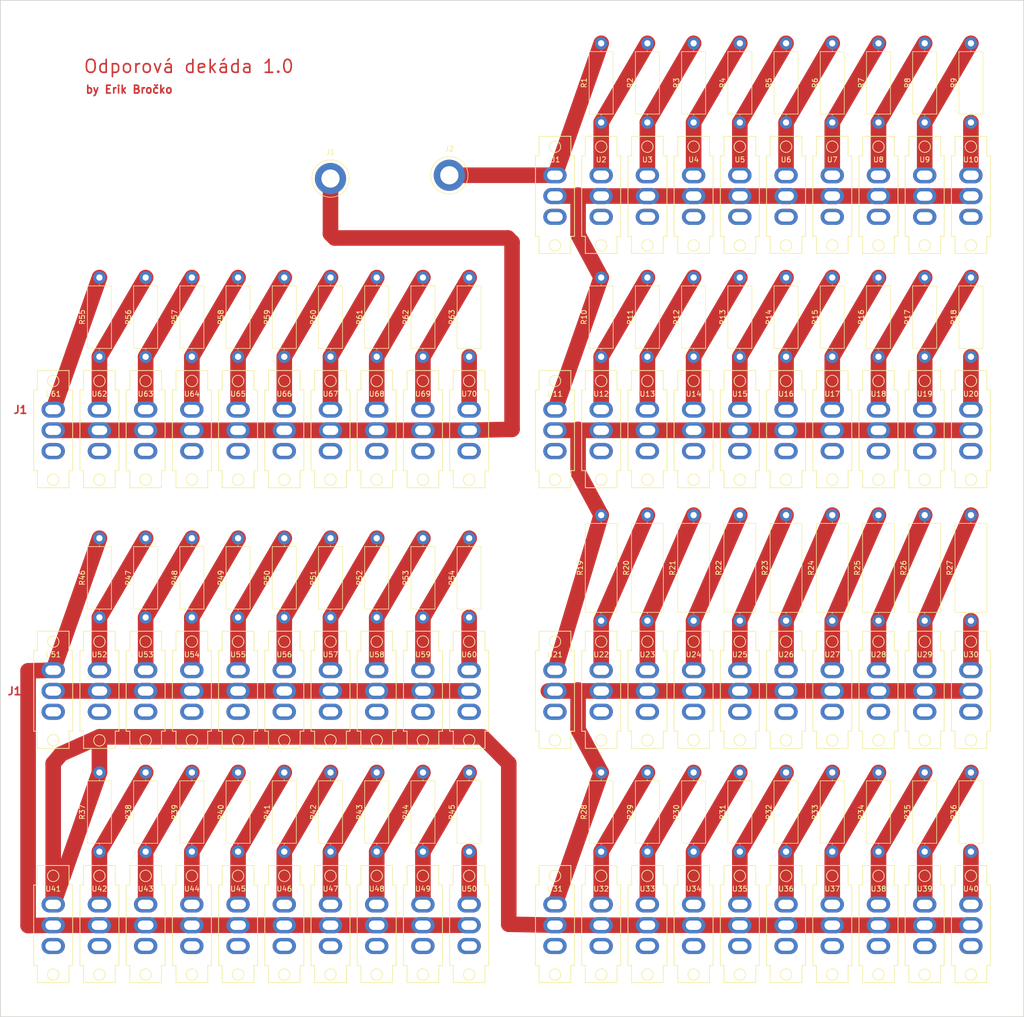
<source format=kicad_pcb>
(kicad_pcb (version 4) (host pcbnew 4.0.7)
  (title_block (title "Odporová dekáda") (date 2017-11-30) (rev 1.0) (company "Erik Bročko, SPŠE K. Adlera 8, Bratislava") (comment 1 "Prvá verzia PCB"))
  (layers (0 F.Cu signal) (31 B.Cu signal) (34 B.Paste user) (35 F.Paste user) (36 B.SilkS user) (37 F.SilkS user) (38 B.Mask user) (39 F.Mask user) (44 Edge.Cuts user))
  (net 0 "")
  (net 1 "Net-(J1-Pad1)")
  (net 2 "Net-(J2-Pad1)")
  (net 3 "Net-(R1-Pad1)")
  (net 4 "Net-(R2-Pad1)")
  (net 5 "Net-(R3-Pad1)")
  (net 6 "Net-(R4-Pad1)")
  (net 7 "Net-(R5-Pad1)")
  (net 8 "Net-(R6-Pad1)")
  (net 9 "Net-(R7-Pad1)")
  (net 10 "Net-(R8-Pad1)")
  (net 11 "Net-(R9-Pad1)")
  (net 12 "Net-(R10-Pad1)")
  (net 13 "Net-(R10-Pad2)")
  (net 14 "Net-(R11-Pad1)")
  (net 15 "Net-(R12-Pad1)")
  (net 16 "Net-(R13-Pad1)")
  (net 17 "Net-(R14-Pad1)")
  (net 18 "Net-(R15-Pad1)")
  (net 19 "Net-(R16-Pad1)")
  (net 20 "Net-(R17-Pad1)")
  (net 21 "Net-(R18-Pad1)")
  (net 22 "Net-(R19-Pad1)")
  (net 23 "Net-(R19-Pad2)")
  (net 24 "Net-(R20-Pad1)")
  (net 25 "Net-(R21-Pad1)")
  (net 26 "Net-(R22-Pad1)")
  (net 27 "Net-(R23-Pad1)")
  (net 28 "Net-(R24-Pad1)")
  (net 29 "Net-(R25-Pad1)")
  (net 30 "Net-(R26-Pad1)")
  (net 31 "Net-(R27-Pad1)")
  (net 32 "Net-(R28-Pad1)")
  (net 33 "Net-(R28-Pad2)")
  (net 34 "Net-(R29-Pad1)")
  (net 35 "Net-(R30-Pad1)")
  (net 36 "Net-(R31-Pad1)")
  (net 37 "Net-(R32-Pad1)")
  (net 38 "Net-(R33-Pad1)")
  (net 39 "Net-(R34-Pad1)")
  (net 40 "Net-(R35-Pad1)")
  (net 41 "Net-(R36-Pad1)")
  (net 42 "Net-(R37-Pad1)")
  (net 43 "Net-(R37-Pad2)")
  (net 44 "Net-(R38-Pad1)")
  (net 45 "Net-(R39-Pad1)")
  (net 46 "Net-(R40-Pad1)")
  (net 47 "Net-(R41-Pad1)")
  (net 48 "Net-(R42-Pad1)")
  (net 49 "Net-(R43-Pad1)")
  (net 50 "Net-(R44-Pad1)")
  (net 51 "Net-(R45-Pad1)")
  (net 52 "Net-(R46-Pad1)")
  (net 53 "Net-(R46-Pad2)")
  (net 54 "Net-(R47-Pad1)")
  (net 55 "Net-(R48-Pad1)")
  (net 56 "Net-(R49-Pad1)")
  (net 57 "Net-(R50-Pad1)")
  (net 58 "Net-(R51-Pad1)")
  (net 59 "Net-(R52-Pad1)")
  (net 60 "Net-(R53-Pad1)")
  (net 61 "Net-(R54-Pad1)")
  (net 62 "Net-(R55-Pad1)")
  (net 63 "Net-(R55-Pad2)")
  (net 64 "Net-(R56-Pad1)")
  (net 65 "Net-(R57-Pad1)")
  (net 66 "Net-(R58-Pad1)")
  (net 67 "Net-(R59-Pad1)")
  (net 68 "Net-(R60-Pad1)")
  (net 69 "Net-(R61-Pad1)")
  (net 70 "Net-(R62-Pad1)")
  (net 71 "Net-(R63-Pad1)")
  (module switch_footprints:P-SRS22F-SPDT (layer F.Cu) (at 203.2 47.625 180)
    (fp_text reference U3 (at 0 3 180) (layer F.SilkS))
    (fp_text value " ")
    (pad 1 thru_hole oval (at 0 0 180) (size 4.5 3.1) (drill oval 3 1.8) (layers *.Cu *.Mask) (net 4 "Net-(R2-Pad1)"))
    (pad 2 thru_hole oval (at 0 -4 180) (size 4.5 3.1) (drill oval 3 1.8) (layers *.Cu *.Mask) (net 13 "Net-(R10-Pad2)"))
    (pad 2 thru_hole oval (at 0 -8 180) (size 4.5 3.1) (drill oval 3 1.8) (layers *.Cu *.Mask))
  )
  (module switch_footprints:Banana_Jack_1Pin (layer F.Cu) (at 142.24 48.26)
    (fp_text reference J1 (at 0 -5.08) (layer F.SilkS))
    (fp_text value Conn_01x01)
    (pad 1 thru_hole circle (at 0 0) (size 6 6) (drill 3.5) (layers *.Cu *.Mask) (net 1 "Net-(J1-Pad1)"))
  )
  (module switch_footprints:Banana_Jack_1Pin (layer F.Cu) (at 165.1 47.625)
    (fp_text reference J2 (at 0 -5.08) (layer F.SilkS))
    (fp_text value Conn_01x01)
    (pad 1 thru_hole circle (at 0 0) (size 6 6) (drill 3.5) (layers *.Cu *.Mask) (net 2 "Net-(J2-Pad1)"))
  )
  (module Resistors_THT:R_Axial_DIN0414_L11.9mm_D4.5mm_P15.24mm_Horizontal (layer F.Cu) (at 194.31 37.465 90)
    (fp_text reference R1 (at 7.62 -3.31 90) (layer F.SilkS))
    (fp_text value 1R)
    (pad 1 thru_hole circle (at 0 0 90) (size 2.4 2.4) (drill 1.2) (layers *.Cu *.Mask) (net 3 "Net-(R1-Pad1)"))
    (pad 2 thru_hole oval (at 15.24 0 90) (size 2.4 2.4) (drill 1.2) (layers *.Cu *.Mask) (net 2 "Net-(J2-Pad1)"))
  )
  (module Resistors_THT:R_Axial_DIN0414_L11.9mm_D4.5mm_P15.24mm_Horizontal (layer F.Cu) (at 203.2 37.465 90)
    (fp_text reference R2 (at 7.62 -3.31 90) (layer F.SilkS))
    (fp_text value 1R)
    (pad 1 thru_hole circle (at 0 0 90) (size 2.4 2.4) (drill 1.2) (layers *.Cu *.Mask) (net 4 "Net-(R2-Pad1)"))
    (pad 2 thru_hole oval (at 15.24 0 90) (size 2.4 2.4) (drill 1.2) (layers *.Cu *.Mask) (net 3 "Net-(R1-Pad1)"))
  )
  (module Resistors_THT:R_Axial_DIN0414_L11.9mm_D4.5mm_P15.24mm_Horizontal (layer F.Cu) (at 212.09 37.465 90)
    (fp_text reference R3 (at 7.62 -3.31 90) (layer F.SilkS))
    (fp_text value 1R)
    (pad 1 thru_hole circle (at 0 0 90) (size 2.4 2.4) (drill 1.2) (layers *.Cu *.Mask) (net 5 "Net-(R3-Pad1)"))
    (pad 2 thru_hole oval (at 15.24 0 90) (size 2.4 2.4) (drill 1.2) (layers *.Cu *.Mask) (net 4 "Net-(R2-Pad1)"))
  )
  (module Resistors_THT:R_Axial_DIN0414_L11.9mm_D4.5mm_P15.24mm_Horizontal (layer F.Cu) (at 220.98 37.465 90)
    (fp_text reference R4 (at 7.62 -3.31 90) (layer F.SilkS))
    (fp_text value 1R)
    (pad 1 thru_hole circle (at 0 0 90) (size 2.4 2.4) (drill 1.2) (layers *.Cu *.Mask) (net 6 "Net-(R4-Pad1)"))
    (pad 2 thru_hole oval (at 15.24 0 90) (size 2.4 2.4) (drill 1.2) (layers *.Cu *.Mask) (net 5 "Net-(R3-Pad1)"))
  )
  (module Resistors_THT:R_Axial_DIN0414_L11.9mm_D4.5mm_P15.24mm_Horizontal (layer F.Cu) (at 229.87 37.465 90)
    (fp_text reference R5 (at 7.62 -3.31 90) (layer F.SilkS))
    (fp_text value 1R)
    (pad 1 thru_hole circle (at 0 0 90) (size 2.4 2.4) (drill 1.2) (layers *.Cu *.Mask) (net 7 "Net-(R5-Pad1)"))
    (pad 2 thru_hole oval (at 15.24 0 90) (size 2.4 2.4) (drill 1.2) (layers *.Cu *.Mask) (net 6 "Net-(R4-Pad1)"))
  )
  (module Resistors_THT:R_Axial_DIN0414_L11.9mm_D4.5mm_P15.24mm_Horizontal (layer F.Cu) (at 238.76 37.465 90)
    (fp_text reference R6 (at 7.62 -3.31 90) (layer F.SilkS))
    (fp_text value 1R)
    (pad 1 thru_hole circle (at 0 0 90) (size 2.4 2.4) (drill 1.2) (layers *.Cu *.Mask) (net 8 "Net-(R6-Pad1)"))
    (pad 2 thru_hole oval (at 15.24 0 90) (size 2.4 2.4) (drill 1.2) (layers *.Cu *.Mask) (net 7 "Net-(R5-Pad1)"))
  )
  (module Resistors_THT:R_Axial_DIN0414_L11.9mm_D4.5mm_P15.24mm_Horizontal (layer F.Cu) (at 247.65 37.465 90)
    (fp_text reference R7 (at 7.62 -3.31 90) (layer F.SilkS))
    (fp_text value 1R)
    (pad 1 thru_hole circle (at 0 0 90) (size 2.4 2.4) (drill 1.2) (layers *.Cu *.Mask) (net 9 "Net-(R7-Pad1)"))
    (pad 2 thru_hole oval (at 15.24 0 90) (size 2.4 2.4) (drill 1.2) (layers *.Cu *.Mask) (net 8 "Net-(R6-Pad1)"))
  )
  (module Resistors_THT:R_Axial_DIN0414_L11.9mm_D4.5mm_P15.24mm_Horizontal (layer F.Cu) (at 256.54 37.465 90)
    (fp_text reference R8 (at 7.62 -3.31 90) (layer F.SilkS))
    (fp_text value 1R)
    (pad 1 thru_hole circle (at 0 0 90) (size 2.4 2.4) (drill 1.2) (layers *.Cu *.Mask) (net 10 "Net-(R8-Pad1)"))
    (pad 2 thru_hole oval (at 15.24 0 90) (size 2.4 2.4) (drill 1.2) (layers *.Cu *.Mask) (net 9 "Net-(R7-Pad1)"))
  )
  (module Resistors_THT:R_Axial_DIN0414_L11.9mm_D4.5mm_P15.24mm_Horizontal (layer F.Cu) (at 265.43 37.465 90)
    (fp_text reference R9 (at 7.62 -3.31 90) (layer F.SilkS))
    (fp_text value 1R)
    (pad 1 thru_hole circle (at 0 0 90) (size 2.4 2.4) (drill 1.2) (layers *.Cu *.Mask) (net 11 "Net-(R9-Pad1)"))
    (pad 2 thru_hole oval (at 15.24 0 90) (size 2.4 2.4) (drill 1.2) (layers *.Cu *.Mask) (net 10 "Net-(R8-Pad1)"))
  )
  (module Resistors_THT:R_Axial_DIN0414_L11.9mm_D4.5mm_P15.24mm_Horizontal (layer F.Cu) (at 194.31 82.55 90)
    (fp_text reference R10 (at 7.62 -3.31 90) (layer F.SilkS))
    (fp_text value 10R)
    (pad 1 thru_hole circle (at 0 0 90) (size 2.4 2.4) (drill 1.2) (layers *.Cu *.Mask) (net 12 "Net-(R10-Pad1)"))
    (pad 2 thru_hole oval (at 15.24 0 90) (size 2.4 2.4) (drill 1.2) (layers *.Cu *.Mask) (net 13 "Net-(R10-Pad2)"))
  )
  (module Resistors_THT:R_Axial_DIN0414_L11.9mm_D4.5mm_P15.24mm_Horizontal (layer F.Cu) (at 203.2 82.55 90)
    (fp_text reference R11 (at 7.62 -3.31 90) (layer F.SilkS))
    (fp_text value 10R)
    (pad 1 thru_hole circle (at 0 0 90) (size 2.4 2.4) (drill 1.2) (layers *.Cu *.Mask) (net 14 "Net-(R11-Pad1)"))
    (pad 2 thru_hole oval (at 15.24 0 90) (size 2.4 2.4) (drill 1.2) (layers *.Cu *.Mask) (net 12 "Net-(R10-Pad1)"))
  )
  (module Resistors_THT:R_Axial_DIN0414_L11.9mm_D4.5mm_P15.24mm_Horizontal (layer F.Cu) (at 212.09 82.55 90)
    (fp_text reference R12 (at 7.62 -3.31 90) (layer F.SilkS))
    (fp_text value 10R)
    (pad 1 thru_hole circle (at 0 0 90) (size 2.4 2.4) (drill 1.2) (layers *.Cu *.Mask) (net 15 "Net-(R12-Pad1)"))
    (pad 2 thru_hole oval (at 15.24 0 90) (size 2.4 2.4) (drill 1.2) (layers *.Cu *.Mask) (net 14 "Net-(R11-Pad1)"))
  )
  (module Resistors_THT:R_Axial_DIN0414_L11.9mm_D4.5mm_P15.24mm_Horizontal (layer F.Cu) (at 220.98 82.55 90)
    (fp_text reference R13 (at 7.62 -3.31 90) (layer F.SilkS))
    (fp_text value 10R)
    (pad 1 thru_hole circle (at 0 0 90) (size 2.4 2.4) (drill 1.2) (layers *.Cu *.Mask) (net 16 "Net-(R13-Pad1)"))
    (pad 2 thru_hole oval (at 15.24 0 90) (size 2.4 2.4) (drill 1.2) (layers *.Cu *.Mask) (net 15 "Net-(R12-Pad1)"))
  )
  (module Resistors_THT:R_Axial_DIN0414_L11.9mm_D4.5mm_P15.24mm_Horizontal (layer F.Cu) (at 229.87 82.55 90)
    (fp_text reference R14 (at 7.62 -3.31 90) (layer F.SilkS))
    (fp_text value 10R)
    (pad 1 thru_hole circle (at 0 0 90) (size 2.4 2.4) (drill 1.2) (layers *.Cu *.Mask) (net 17 "Net-(R14-Pad1)"))
    (pad 2 thru_hole oval (at 15.24 0 90) (size 2.4 2.4) (drill 1.2) (layers *.Cu *.Mask) (net 16 "Net-(R13-Pad1)"))
  )
  (module Resistors_THT:R_Axial_DIN0414_L11.9mm_D4.5mm_P15.24mm_Horizontal (layer F.Cu) (at 238.76 82.55 90)
    (fp_text reference R15 (at 7.62 -3.31 90) (layer F.SilkS))
    (fp_text value 10R)
    (pad 1 thru_hole circle (at 0 0 90) (size 2.4 2.4) (drill 1.2) (layers *.Cu *.Mask) (net 18 "Net-(R15-Pad1)"))
    (pad 2 thru_hole oval (at 15.24 0 90) (size 2.4 2.4) (drill 1.2) (layers *.Cu *.Mask) (net 17 "Net-(R14-Pad1)"))
  )
  (module Resistors_THT:R_Axial_DIN0414_L11.9mm_D4.5mm_P15.24mm_Horizontal (layer F.Cu) (at 247.65 82.55 90)
    (fp_text reference R16 (at 7.62 -3.31 90) (layer F.SilkS))
    (fp_text value 10R)
    (pad 1 thru_hole circle (at 0 0 90) (size 2.4 2.4) (drill 1.2) (layers *.Cu *.Mask) (net 19 "Net-(R16-Pad1)"))
    (pad 2 thru_hole oval (at 15.24 0 90) (size 2.4 2.4) (drill 1.2) (layers *.Cu *.Mask) (net 18 "Net-(R15-Pad1)"))
  )
  (module Resistors_THT:R_Axial_DIN0414_L11.9mm_D4.5mm_P15.24mm_Horizontal (layer F.Cu) (at 256.54 82.55 90)
    (fp_text reference R17 (at 7.62 -3.31 90) (layer F.SilkS))
    (fp_text value 10R)
    (pad 1 thru_hole circle (at 0 0 90) (size 2.4 2.4) (drill 1.2) (layers *.Cu *.Mask) (net 20 "Net-(R17-Pad1)"))
    (pad 2 thru_hole oval (at 15.24 0 90) (size 2.4 2.4) (drill 1.2) (layers *.Cu *.Mask) (net 19 "Net-(R16-Pad1)"))
  )
  (module Resistors_THT:R_Axial_DIN0414_L11.9mm_D4.5mm_P15.24mm_Horizontal (layer F.Cu) (at 265.43 82.55 90)
    (fp_text reference R18 (at 7.62 -3.31 90) (layer F.SilkS))
    (fp_text value 10R)
    (pad 1 thru_hole circle (at 0 0 90) (size 2.4 2.4) (drill 1.2) (layers *.Cu *.Mask) (net 21 "Net-(R18-Pad1)"))
    (pad 2 thru_hole oval (at 15.24 0 90) (size 2.4 2.4) (drill 1.2) (layers *.Cu *.Mask) (net 20 "Net-(R17-Pad1)"))
  )
  (module Resistors_THT:R_Axial_DIN0617_L17.0mm_D6.0mm_P20.32mm_Horizontal (layer F.Cu) (at 194.31 133.35 90)
    (fp_text reference R19 (at 10.16 -4.06 90) (layer F.SilkS))
    (fp_text value 100R)
    (pad 1 thru_hole circle (at 0 0 90) (size 2.4 2.4) (drill 1.2) (layers *.Cu *.Mask) (net 22 "Net-(R19-Pad1)"))
    (pad 2 thru_hole oval (at 20.32 0 90) (size 2.4 2.4) (drill 1.2) (layers *.Cu *.Mask) (net 23 "Net-(R19-Pad2)"))
  )
  (module Resistors_THT:R_Axial_DIN0617_L17.0mm_D6.0mm_P20.32mm_Horizontal (layer F.Cu) (at 203.2 133.35 90)
    (fp_text reference R20 (at 10.16 -4.06 90) (layer F.SilkS))
    (fp_text value 100R)
    (pad 1 thru_hole circle (at 0 0 90) (size 2.4 2.4) (drill 1.2) (layers *.Cu *.Mask) (net 24 "Net-(R20-Pad1)"))
    (pad 2 thru_hole oval (at 20.32 0 90) (size 2.4 2.4) (drill 1.2) (layers *.Cu *.Mask) (net 22 "Net-(R19-Pad1)"))
  )
  (module Resistors_THT:R_Axial_DIN0617_L17.0mm_D6.0mm_P20.32mm_Horizontal (layer F.Cu) (at 212.09 133.35 90)
    (fp_text reference R21 (at 10.16 -4.06 90) (layer F.SilkS))
    (fp_text value 100R)
    (pad 1 thru_hole circle (at 0 0 90) (size 2.4 2.4) (drill 1.2) (layers *.Cu *.Mask) (net 25 "Net-(R21-Pad1)"))
    (pad 2 thru_hole oval (at 20.32 0 90) (size 2.4 2.4) (drill 1.2) (layers *.Cu *.Mask) (net 24 "Net-(R20-Pad1)"))
  )
  (module Resistors_THT:R_Axial_DIN0617_L17.0mm_D6.0mm_P20.32mm_Horizontal (layer F.Cu) (at 220.98 133.35 90)
    (fp_text reference R22 (at 10.16 -4.06 90) (layer F.SilkS))
    (fp_text value 100R)
    (pad 1 thru_hole circle (at 0 0 90) (size 2.4 2.4) (drill 1.2) (layers *.Cu *.Mask) (net 26 "Net-(R22-Pad1)"))
    (pad 2 thru_hole oval (at 20.32 0 90) (size 2.4 2.4) (drill 1.2) (layers *.Cu *.Mask) (net 25 "Net-(R21-Pad1)"))
  )
  (module Resistors_THT:R_Axial_DIN0617_L17.0mm_D6.0mm_P20.32mm_Horizontal (layer F.Cu) (at 229.87 133.35 90)
    (fp_text reference R23 (at 10.16 -4.06 90) (layer F.SilkS))
    (fp_text value 100R)
    (pad 1 thru_hole circle (at 0 0 90) (size 2.4 2.4) (drill 1.2) (layers *.Cu *.Mask) (net 27 "Net-(R23-Pad1)"))
    (pad 2 thru_hole oval (at 20.32 0 90) (size 2.4 2.4) (drill 1.2) (layers *.Cu *.Mask) (net 26 "Net-(R22-Pad1)"))
  )
  (module Resistors_THT:R_Axial_DIN0617_L17.0mm_D6.0mm_P20.32mm_Horizontal (layer F.Cu) (at 238.76 133.35 90)
    (fp_text reference R24 (at 10.16 -4.06 90) (layer F.SilkS))
    (fp_text value 100R)
    (pad 1 thru_hole circle (at 0 0 90) (size 2.4 2.4) (drill 1.2) (layers *.Cu *.Mask) (net 28 "Net-(R24-Pad1)"))
    (pad 2 thru_hole oval (at 20.32 0 90) (size 2.4 2.4) (drill 1.2) (layers *.Cu *.Mask) (net 27 "Net-(R23-Pad1)"))
  )
  (module Resistors_THT:R_Axial_DIN0617_L17.0mm_D6.0mm_P20.32mm_Horizontal (layer F.Cu) (at 247.65 133.35 90)
    (fp_text reference R25 (at 10.16 -4.06 90) (layer F.SilkS))
    (fp_text value 100R)
    (pad 1 thru_hole circle (at 0 0 90) (size 2.4 2.4) (drill 1.2) (layers *.Cu *.Mask) (net 29 "Net-(R25-Pad1)"))
    (pad 2 thru_hole oval (at 20.32 0 90) (size 2.4 2.4) (drill 1.2) (layers *.Cu *.Mask) (net 28 "Net-(R24-Pad1)"))
  )
  (module Resistors_THT:R_Axial_DIN0617_L17.0mm_D6.0mm_P20.32mm_Horizontal (layer F.Cu) (at 256.54 133.35 90)
    (fp_text reference R26 (at 10.16 -4.06 90) (layer F.SilkS))
    (fp_text value 100R)
    (pad 1 thru_hole circle (at 0 0 90) (size 2.4 2.4) (drill 1.2) (layers *.Cu *.Mask) (net 30 "Net-(R26-Pad1)"))
    (pad 2 thru_hole oval (at 20.32 0 90) (size 2.4 2.4) (drill 1.2) (layers *.Cu *.Mask) (net 29 "Net-(R25-Pad1)"))
  )
  (module Resistors_THT:R_Axial_DIN0617_L17.0mm_D6.0mm_P20.32mm_Horizontal (layer F.Cu) (at 265.43 133.35 90)
    (fp_text reference R27 (at 10.16 -4.06 90) (layer F.SilkS))
    (fp_text value 100R)
    (pad 1 thru_hole circle (at 0 0 90) (size 2.4 2.4) (drill 1.2) (layers *.Cu *.Mask) (net 31 "Net-(R27-Pad1)"))
    (pad 2 thru_hole oval (at 20.32 0 90) (size 2.4 2.4) (drill 1.2) (layers *.Cu *.Mask) (net 30 "Net-(R26-Pad1)"))
  )
  (module Resistors_THT:R_Axial_DIN0414_L11.9mm_D4.5mm_P15.24mm_Horizontal (layer F.Cu) (at 194.31 177.8 90)
    (fp_text reference R28 (at 7.62 -3.31 90) (layer F.SilkS))
    (fp_text value 1K)
    (pad 1 thru_hole circle (at 0 0 90) (size 2.4 2.4) (drill 1.2) (layers *.Cu *.Mask) (net 32 "Net-(R28-Pad1)"))
    (pad 2 thru_hole oval (at 15.24 0 90) (size 2.4 2.4) (drill 1.2) (layers *.Cu *.Mask) (net 33 "Net-(R28-Pad2)"))
  )
  (module Resistors_THT:R_Axial_DIN0414_L11.9mm_D4.5mm_P15.24mm_Horizontal (layer F.Cu) (at 203.2 177.8 90)
    (fp_text reference R29 (at 7.62 -3.31 90) (layer F.SilkS))
    (fp_text value 1K)
    (pad 1 thru_hole circle (at 0 0 90) (size 2.4 2.4) (drill 1.2) (layers *.Cu *.Mask) (net 34 "Net-(R29-Pad1)"))
    (pad 2 thru_hole oval (at 15.24 0 90) (size 2.4 2.4) (drill 1.2) (layers *.Cu *.Mask) (net 32 "Net-(R28-Pad1)"))
  )
  (module Resistors_THT:R_Axial_DIN0414_L11.9mm_D4.5mm_P15.24mm_Horizontal (layer F.Cu) (at 212.09 177.8 90)
    (fp_text reference R30 (at 7.62 -3.31 90) (layer F.SilkS))
    (fp_text value 1K)
    (pad 1 thru_hole circle (at 0 0 90) (size 2.4 2.4) (drill 1.2) (layers *.Cu *.Mask) (net 35 "Net-(R30-Pad1)"))
    (pad 2 thru_hole oval (at 15.24 0 90) (size 2.4 2.4) (drill 1.2) (layers *.Cu *.Mask) (net 34 "Net-(R29-Pad1)"))
  )
  (module Resistors_THT:R_Axial_DIN0414_L11.9mm_D4.5mm_P15.24mm_Horizontal (layer F.Cu) (at 220.98 177.8 90)
    (fp_text reference R31 (at 7.62 -3.31 90) (layer F.SilkS))
    (fp_text value 1K)
    (pad 1 thru_hole circle (at 0 0 90) (size 2.4 2.4) (drill 1.2) (layers *.Cu *.Mask) (net 36 "Net-(R31-Pad1)"))
    (pad 2 thru_hole oval (at 15.24 0 90) (size 2.4 2.4) (drill 1.2) (layers *.Cu *.Mask) (net 35 "Net-(R30-Pad1)"))
  )
  (module Resistors_THT:R_Axial_DIN0414_L11.9mm_D4.5mm_P15.24mm_Horizontal (layer F.Cu) (at 229.87 177.8 90)
    (fp_text reference R32 (at 7.62 -3.31 90) (layer F.SilkS))
    (fp_text value 1K)
    (pad 1 thru_hole circle (at 0 0 90) (size 2.4 2.4) (drill 1.2) (layers *.Cu *.Mask) (net 37 "Net-(R32-Pad1)"))
    (pad 2 thru_hole oval (at 15.24 0 90) (size 2.4 2.4) (drill 1.2) (layers *.Cu *.Mask) (net 36 "Net-(R31-Pad1)"))
  )
  (module Resistors_THT:R_Axial_DIN0414_L11.9mm_D4.5mm_P15.24mm_Horizontal (layer F.Cu) (at 238.76 177.8 90)
    (fp_text reference R33 (at 7.62 -3.31 90) (layer F.SilkS))
    (fp_text value 1K)
    (pad 1 thru_hole circle (at 0 0 90) (size 2.4 2.4) (drill 1.2) (layers *.Cu *.Mask) (net 38 "Net-(R33-Pad1)"))
    (pad 2 thru_hole oval (at 15.24 0 90) (size 2.4 2.4) (drill 1.2) (layers *.Cu *.Mask) (net 37 "Net-(R32-Pad1)"))
  )
  (module Resistors_THT:R_Axial_DIN0414_L11.9mm_D4.5mm_P15.24mm_Horizontal (layer F.Cu) (at 247.65 177.8 90)
    (fp_text reference R34 (at 7.62 -3.31 90) (layer F.SilkS))
    (fp_text value 1K)
    (pad 1 thru_hole circle (at 0 0 90) (size 2.4 2.4) (drill 1.2) (layers *.Cu *.Mask) (net 39 "Net-(R34-Pad1)"))
    (pad 2 thru_hole oval (at 15.24 0 90) (size 2.4 2.4) (drill 1.2) (layers *.Cu *.Mask) (net 38 "Net-(R33-Pad1)"))
  )
  (module Resistors_THT:R_Axial_DIN0414_L11.9mm_D4.5mm_P15.24mm_Horizontal (layer F.Cu) (at 256.54 177.8 90)
    (fp_text reference R35 (at 7.62 -3.31 90) (layer F.SilkS))
    (fp_text value 1K)
    (pad 1 thru_hole circle (at 0 0 90) (size 2.4 2.4) (drill 1.2) (layers *.Cu *.Mask) (net 40 "Net-(R35-Pad1)"))
    (pad 2 thru_hole oval (at 15.24 0 90) (size 2.4 2.4) (drill 1.2) (layers *.Cu *.Mask) (net 39 "Net-(R34-Pad1)"))
  )
  (module Resistors_THT:R_Axial_DIN0414_L11.9mm_D4.5mm_P15.24mm_Horizontal (layer F.Cu) (at 265.43 177.8 90)
    (fp_text reference R36 (at 7.62 -3.31 90) (layer F.SilkS))
    (fp_text value 1K)
    (pad 1 thru_hole circle (at 0 0 90) (size 2.4 2.4) (drill 1.2) (layers *.Cu *.Mask) (net 41 "Net-(R36-Pad1)"))
    (pad 2 thru_hole oval (at 15.24 0 90) (size 2.4 2.4) (drill 1.2) (layers *.Cu *.Mask) (net 40 "Net-(R35-Pad1)"))
  )
  (module Resistors_THT:R_Axial_DIN0414_L11.9mm_D4.5mm_P15.24mm_Horizontal (layer F.Cu) (at 97.79 177.8 90)
    (fp_text reference R37 (at 7.62 -3.31 90) (layer F.SilkS))
    (fp_text value 10K)
    (pad 1 thru_hole circle (at 0 0 90) (size 2.4 2.4) (drill 1.2) (layers *.Cu *.Mask) (net 42 "Net-(R37-Pad1)"))
    (pad 2 thru_hole oval (at 15.24 0 90) (size 2.4 2.4) (drill 1.2) (layers *.Cu *.Mask) (net 43 "Net-(R37-Pad2)"))
  )
  (module Resistors_THT:R_Axial_DIN0414_L11.9mm_D4.5mm_P15.24mm_Horizontal (layer F.Cu) (at 106.68 177.8 90)
    (fp_text reference R38 (at 7.62 -3.31 90) (layer F.SilkS))
    (fp_text value 10K)
    (pad 1 thru_hole circle (at 0 0 90) (size 2.4 2.4) (drill 1.2) (layers *.Cu *.Mask) (net 44 "Net-(R38-Pad1)"))
    (pad 2 thru_hole oval (at 15.24 0 90) (size 2.4 2.4) (drill 1.2) (layers *.Cu *.Mask) (net 42 "Net-(R37-Pad1)"))
  )
  (module Resistors_THT:R_Axial_DIN0414_L11.9mm_D4.5mm_P15.24mm_Horizontal (layer F.Cu) (at 115.57 177.8 90)
    (fp_text reference R39 (at 7.62 -3.31 90) (layer F.SilkS))
    (fp_text value 10K)
    (pad 1 thru_hole circle (at 0 0 90) (size 2.4 2.4) (drill 1.2) (layers *.Cu *.Mask) (net 45 "Net-(R39-Pad1)"))
    (pad 2 thru_hole oval (at 15.24 0 90) (size 2.4 2.4) (drill 1.2) (layers *.Cu *.Mask) (net 44 "Net-(R38-Pad1)"))
  )
  (module Resistors_THT:R_Axial_DIN0414_L11.9mm_D4.5mm_P15.24mm_Horizontal (layer F.Cu) (at 124.46 177.8 90)
    (fp_text reference R40 (at 7.62 -3.31 90) (layer F.SilkS))
    (fp_text value 10K)
    (pad 1 thru_hole circle (at 0 0 90) (size 2.4 2.4) (drill 1.2) (layers *.Cu *.Mask) (net 46 "Net-(R40-Pad1)"))
    (pad 2 thru_hole oval (at 15.24 0 90) (size 2.4 2.4) (drill 1.2) (layers *.Cu *.Mask) (net 45 "Net-(R39-Pad1)"))
  )
  (module Resistors_THT:R_Axial_DIN0414_L11.9mm_D4.5mm_P15.24mm_Horizontal (layer F.Cu) (at 133.35 177.8 90)
    (fp_text reference R41 (at 7.62 -3.31 90) (layer F.SilkS))
    (fp_text value 10K)
    (pad 1 thru_hole circle (at 0 0 90) (size 2.4 2.4) (drill 1.2) (layers *.Cu *.Mask) (net 47 "Net-(R41-Pad1)"))
    (pad 2 thru_hole oval (at 15.24 0 90) (size 2.4 2.4) (drill 1.2) (layers *.Cu *.Mask) (net 46 "Net-(R40-Pad1)"))
  )
  (module Resistors_THT:R_Axial_DIN0414_L11.9mm_D4.5mm_P15.24mm_Horizontal (layer F.Cu) (at 142.24 177.8 90)
    (fp_text reference R42 (at 7.62 -3.31 90) (layer F.SilkS))
    (fp_text value 10K)
    (pad 1 thru_hole circle (at 0 0 90) (size 2.4 2.4) (drill 1.2) (layers *.Cu *.Mask) (net 48 "Net-(R42-Pad1)"))
    (pad 2 thru_hole oval (at 15.24 0 90) (size 2.4 2.4) (drill 1.2) (layers *.Cu *.Mask) (net 47 "Net-(R41-Pad1)"))
  )
  (module Resistors_THT:R_Axial_DIN0414_L11.9mm_D4.5mm_P15.24mm_Horizontal (layer F.Cu) (at 151.13 177.8 90)
    (fp_text reference R43 (at 7.62 -3.31 90) (layer F.SilkS))
    (fp_text value 10K)
    (pad 1 thru_hole circle (at 0 0 90) (size 2.4 2.4) (drill 1.2) (layers *.Cu *.Mask) (net 49 "Net-(R43-Pad1)"))
    (pad 2 thru_hole oval (at 15.24 0 90) (size 2.4 2.4) (drill 1.2) (layers *.Cu *.Mask) (net 48 "Net-(R42-Pad1)"))
  )
  (module Resistors_THT:R_Axial_DIN0414_L11.9mm_D4.5mm_P15.24mm_Horizontal (layer F.Cu) (at 160.02 177.8 90)
    (fp_text reference R44 (at 7.62 -3.31 90) (layer F.SilkS))
    (fp_text value 10K)
    (pad 1 thru_hole circle (at 0 0 90) (size 2.4 2.4) (drill 1.2) (layers *.Cu *.Mask) (net 50 "Net-(R44-Pad1)"))
    (pad 2 thru_hole oval (at 15.24 0 90) (size 2.4 2.4) (drill 1.2) (layers *.Cu *.Mask) (net 49 "Net-(R43-Pad1)"))
  )
  (module Resistors_THT:R_Axial_DIN0414_L11.9mm_D4.5mm_P15.24mm_Horizontal (layer F.Cu) (at 168.91 177.8 90)
    (fp_text reference R45 (at 7.62 -3.31 90) (layer F.SilkS))
    (fp_text value 10K)
    (pad 1 thru_hole circle (at 0 0 90) (size 2.4 2.4) (drill 1.2) (layers *.Cu *.Mask) (net 51 "Net-(R45-Pad1)"))
    (pad 2 thru_hole oval (at 15.24 0 90) (size 2.4 2.4) (drill 1.2) (layers *.Cu *.Mask) (net 50 "Net-(R44-Pad1)"))
  )
  (module Resistors_THT:R_Axial_DIN0414_L11.9mm_D4.5mm_P15.24mm_Horizontal (layer F.Cu) (at 97.79 132.715 90)
    (fp_text reference R46 (at 7.62 -3.31 90) (layer F.SilkS))
    (fp_text value 100K)
    (pad 1 thru_hole circle (at 0 0 90) (size 2.4 2.4) (drill 1.2) (layers *.Cu *.Mask) (net 52 "Net-(R46-Pad1)"))
    (pad 2 thru_hole oval (at 15.24 0 90) (size 2.4 2.4) (drill 1.2) (layers *.Cu *.Mask) (net 53 "Net-(R46-Pad2)"))
  )
  (module Resistors_THT:R_Axial_DIN0414_L11.9mm_D4.5mm_P15.24mm_Horizontal (layer F.Cu) (at 106.68 132.715 90)
    (fp_text reference R47 (at 7.62 -3.31 90) (layer F.SilkS))
    (fp_text value 100K)
    (pad 1 thru_hole circle (at 0 0 90) (size 2.4 2.4) (drill 1.2) (layers *.Cu *.Mask) (net 54 "Net-(R47-Pad1)"))
    (pad 2 thru_hole oval (at 15.24 0 90) (size 2.4 2.4) (drill 1.2) (layers *.Cu *.Mask) (net 52 "Net-(R46-Pad1)"))
  )
  (module Resistors_THT:R_Axial_DIN0414_L11.9mm_D4.5mm_P15.24mm_Horizontal (layer F.Cu) (at 115.57 132.715 90)
    (fp_text reference R48 (at 7.62 -3.31 90) (layer F.SilkS))
    (fp_text value 100K)
    (pad 1 thru_hole circle (at 0 0 90) (size 2.4 2.4) (drill 1.2) (layers *.Cu *.Mask) (net 55 "Net-(R48-Pad1)"))
    (pad 2 thru_hole oval (at 15.24 0 90) (size 2.4 2.4) (drill 1.2) (layers *.Cu *.Mask) (net 54 "Net-(R47-Pad1)"))
  )
  (module Resistors_THT:R_Axial_DIN0414_L11.9mm_D4.5mm_P15.24mm_Horizontal (layer F.Cu) (at 124.46 132.715 90)
    (fp_text reference R49 (at 7.62 -3.31 90) (layer F.SilkS))
    (fp_text value 100K)
    (pad 1 thru_hole circle (at 0 0 90) (size 2.4 2.4) (drill 1.2) (layers *.Cu *.Mask) (net 56 "Net-(R49-Pad1)"))
    (pad 2 thru_hole oval (at 15.24 0 90) (size 2.4 2.4) (drill 1.2) (layers *.Cu *.Mask) (net 55 "Net-(R48-Pad1)"))
  )
  (module Resistors_THT:R_Axial_DIN0414_L11.9mm_D4.5mm_P15.24mm_Horizontal (layer F.Cu) (at 133.35 132.715 90)
    (fp_text reference R50 (at 7.62 -3.31 90) (layer F.SilkS))
    (fp_text value 100K)
    (pad 1 thru_hole circle (at 0 0 90) (size 2.4 2.4) (drill 1.2) (layers *.Cu *.Mask) (net 57 "Net-(R50-Pad1)"))
    (pad 2 thru_hole oval (at 15.24 0 90) (size 2.4 2.4) (drill 1.2) (layers *.Cu *.Mask) (net 56 "Net-(R49-Pad1)"))
  )
  (module Resistors_THT:R_Axial_DIN0414_L11.9mm_D4.5mm_P15.24mm_Horizontal (layer F.Cu) (at 142.24 132.715 90)
    (fp_text reference R51 (at 7.62 -3.31 90) (layer F.SilkS))
    (fp_text value 100K)
    (pad 1 thru_hole circle (at 0 0 90) (size 2.4 2.4) (drill 1.2) (layers *.Cu *.Mask) (net 58 "Net-(R51-Pad1)"))
    (pad 2 thru_hole oval (at 15.24 0 90) (size 2.4 2.4) (drill 1.2) (layers *.Cu *.Mask) (net 57 "Net-(R50-Pad1)"))
  )
  (module Resistors_THT:R_Axial_DIN0414_L11.9mm_D4.5mm_P15.24mm_Horizontal (layer F.Cu) (at 151.13 132.715 90)
    (fp_text reference R52 (at 7.62 -3.31 90) (layer F.SilkS))
    (fp_text value 100K)
    (pad 1 thru_hole circle (at 0 0 90) (size 2.4 2.4) (drill 1.2) (layers *.Cu *.Mask) (net 59 "Net-(R52-Pad1)"))
    (pad 2 thru_hole oval (at 15.24 0 90) (size 2.4 2.4) (drill 1.2) (layers *.Cu *.Mask) (net 58 "Net-(R51-Pad1)"))
  )
  (module Resistors_THT:R_Axial_DIN0414_L11.9mm_D4.5mm_P15.24mm_Horizontal (layer F.Cu) (at 160.02 132.715 90)
    (fp_text reference R53 (at 7.62 -3.31 90) (layer F.SilkS))
    (fp_text value 100K)
    (pad 1 thru_hole circle (at 0 0 90) (size 2.4 2.4) (drill 1.2) (layers *.Cu *.Mask) (net 60 "Net-(R53-Pad1)"))
    (pad 2 thru_hole oval (at 15.24 0 90) (size 2.4 2.4) (drill 1.2) (layers *.Cu *.Mask) (net 59 "Net-(R52-Pad1)"))
  )
  (module Resistors_THT:R_Axial_DIN0414_L11.9mm_D4.5mm_P15.24mm_Horizontal (layer F.Cu) (at 168.91 132.715 90)
    (fp_text reference R54 (at 7.62 -3.31 90) (layer F.SilkS))
    (fp_text value 100K)
    (pad 1 thru_hole circle (at 0 0 90) (size 2.4 2.4) (drill 1.2) (layers *.Cu *.Mask) (net 61 "Net-(R54-Pad1)"))
    (pad 2 thru_hole oval (at 15.24 0 90) (size 2.4 2.4) (drill 1.2) (layers *.Cu *.Mask) (net 60 "Net-(R53-Pad1)"))
  )
  (module Resistors_THT:R_Axial_DIN0414_L11.9mm_D4.5mm_P15.24mm_Horizontal (layer F.Cu) (at 97.79 82.55 90)
    (fp_text reference R55 (at 7.62 -3.31 90) (layer F.SilkS))
    (fp_text value 1M)
    (pad 1 thru_hole circle (at 0 0 90) (size 2.4 2.4) (drill 1.2) (layers *.Cu *.Mask) (net 62 "Net-(R55-Pad1)"))
    (pad 2 thru_hole oval (at 15.24 0 90) (size 2.4 2.4) (drill 1.2) (layers *.Cu *.Mask) (net 63 "Net-(R55-Pad2)"))
  )
  (module Resistors_THT:R_Axial_DIN0414_L11.9mm_D4.5mm_P15.24mm_Horizontal (layer F.Cu) (at 106.68 82.55 90)
    (fp_text reference R56 (at 7.62 -3.31 90) (layer F.SilkS))
    (fp_text value 1M)
    (pad 1 thru_hole circle (at 0 0 90) (size 2.4 2.4) (drill 1.2) (layers *.Cu *.Mask) (net 64 "Net-(R56-Pad1)"))
    (pad 2 thru_hole oval (at 15.24 0 90) (size 2.4 2.4) (drill 1.2) (layers *.Cu *.Mask) (net 62 "Net-(R55-Pad1)"))
  )
  (module Resistors_THT:R_Axial_DIN0414_L11.9mm_D4.5mm_P15.24mm_Horizontal (layer F.Cu) (at 115.57 82.55 90)
    (fp_text reference R57 (at 7.62 -3.31 90) (layer F.SilkS))
    (fp_text value 1M)
    (pad 1 thru_hole circle (at 0 0 90) (size 2.4 2.4) (drill 1.2) (layers *.Cu *.Mask) (net 65 "Net-(R57-Pad1)"))
    (pad 2 thru_hole oval (at 15.24 0 90) (size 2.4 2.4) (drill 1.2) (layers *.Cu *.Mask) (net 64 "Net-(R56-Pad1)"))
  )
  (module Resistors_THT:R_Axial_DIN0414_L11.9mm_D4.5mm_P15.24mm_Horizontal (layer F.Cu) (at 124.46 82.55 90)
    (fp_text reference R58 (at 7.62 -3.31 90) (layer F.SilkS))
    (fp_text value 1M)
    (pad 1 thru_hole circle (at 0 0 90) (size 2.4 2.4) (drill 1.2) (layers *.Cu *.Mask) (net 66 "Net-(R58-Pad1)"))
    (pad 2 thru_hole oval (at 15.24 0 90) (size 2.4 2.4) (drill 1.2) (layers *.Cu *.Mask) (net 65 "Net-(R57-Pad1)"))
  )
  (module Resistors_THT:R_Axial_DIN0414_L11.9mm_D4.5mm_P15.24mm_Horizontal (layer F.Cu) (at 133.35 82.55 90)
    (fp_text reference R59 (at 7.62 -3.31 90) (layer F.SilkS))
    (fp_text value 1M)
    (pad 1 thru_hole circle (at 0 0 90) (size 2.4 2.4) (drill 1.2) (layers *.Cu *.Mask) (net 67 "Net-(R59-Pad1)"))
    (pad 2 thru_hole oval (at 15.24 0 90) (size 2.4 2.4) (drill 1.2) (layers *.Cu *.Mask) (net 66 "Net-(R58-Pad1)"))
  )
  (module Resistors_THT:R_Axial_DIN0414_L11.9mm_D4.5mm_P15.24mm_Horizontal (layer F.Cu) (at 142.24 82.55 90)
    (fp_text reference R60 (at 7.62 -3.31 90) (layer F.SilkS))
    (fp_text value 1M)
    (pad 1 thru_hole circle (at 0 0 90) (size 2.4 2.4) (drill 1.2) (layers *.Cu *.Mask) (net 68 "Net-(R60-Pad1)"))
    (pad 2 thru_hole oval (at 15.24 0 90) (size 2.4 2.4) (drill 1.2) (layers *.Cu *.Mask) (net 67 "Net-(R59-Pad1)"))
  )
  (module Resistors_THT:R_Axial_DIN0414_L11.9mm_D4.5mm_P15.24mm_Horizontal (layer F.Cu) (at 151.13 82.55 90)
    (fp_text reference R61 (at 7.62 -3.31 90) (layer F.SilkS))
    (fp_text value 1M)
    (pad 1 thru_hole circle (at 0 0 90) (size 2.4 2.4) (drill 1.2) (layers *.Cu *.Mask) (net 69 "Net-(R61-Pad1)"))
    (pad 2 thru_hole oval (at 15.24 0 90) (size 2.4 2.4) (drill 1.2) (layers *.Cu *.Mask) (net 68 "Net-(R60-Pad1)"))
  )
  (module Resistors_THT:R_Axial_DIN0414_L11.9mm_D4.5mm_P15.24mm_Horizontal (layer F.Cu) (at 160.02 82.55 90)
    (fp_text reference R62 (at 7.62 -3.31 90) (layer F.SilkS))
    (fp_text value 1M)
    (pad 1 thru_hole circle (at 0 0 90) (size 2.4 2.4) (drill 1.2) (layers *.Cu *.Mask) (net 70 "Net-(R62-Pad1)"))
    (pad 2 thru_hole oval (at 15.24 0 90) (size 2.4 2.4) (drill 1.2) (layers *.Cu *.Mask) (net 69 "Net-(R61-Pad1)"))
  )
  (module Resistors_THT:R_Axial_DIN0414_L11.9mm_D4.5mm_P15.24mm_Horizontal (layer F.Cu) (at 168.91 82.55 90)
    (fp_text reference R63 (at 7.62 -3.31 90) (layer F.SilkS))
    (fp_text value 1M)
    (pad 1 thru_hole circle (at 0 0 90) (size 2.4 2.4) (drill 1.2) (layers *.Cu *.Mask) (net 71 "Net-(R63-Pad1)"))
    (pad 2 thru_hole oval (at 15.24 0 90) (size 2.4 2.4) (drill 1.2) (layers *.Cu *.Mask) (net 70 "Net-(R62-Pad1)"))
  )
  (module switch_footprints:P-SRS22F-SPDT (layer F.Cu) (at 185.42 47.625 180)
    (fp_text reference U1 (at 0 3 180) (layer F.SilkS))
    (fp_text value " ")
    (pad 1 thru_hole oval (at 0 0 180) (size 4.5 3.1) (drill oval 3 1.8) (layers *.Cu *.Mask) (net 2 "Net-(J2-Pad1)"))
    (pad 2 thru_hole oval (at 0 -4 180) (size 4.5 3.1) (drill oval 3 1.8) (layers *.Cu *.Mask) (net 13 "Net-(R10-Pad2)"))
    (pad 2 thru_hole oval (at 0 -8 180) (size 4.5 3.1) (drill oval 3 1.8) (layers *.Cu *.Mask))
  )
  (module switch_footprints:P-SRS22F-SPDT (layer F.Cu) (at 194.31 47.625 180)
    (fp_text reference U2 (at 0 3 180) (layer F.SilkS))
    (fp_text value " ")
    (pad 1 thru_hole oval (at 0 0 180) (size 4.5 3.1) (drill oval 3 1.8) (layers *.Cu *.Mask) (net 3 "Net-(R1-Pad1)"))
    (pad 2 thru_hole oval (at 0 -4 180) (size 4.5 3.1) (drill oval 3 1.8) (layers *.Cu *.Mask) (net 13 "Net-(R10-Pad2)"))
    (pad 2 thru_hole oval (at 0 -8 180) (size 4.5 3.1) (drill oval 3 1.8) (layers *.Cu *.Mask))
  )
  (module switch_footprints:P-SRS22F-SPDT (layer F.Cu) (at 212.09 47.625 180)
    (fp_text reference U4 (at 0 3 180) (layer F.SilkS))
    (fp_text value " ")
    (pad 1 thru_hole oval (at 0 0 180) (size 4.5 3.1) (drill oval 3 1.8) (layers *.Cu *.Mask) (net 5 "Net-(R3-Pad1)"))
    (pad 2 thru_hole oval (at 0 -4 180) (size 4.5 3.1) (drill oval 3 1.8) (layers *.Cu *.Mask) (net 13 "Net-(R10-Pad2)"))
    (pad 2 thru_hole oval (at 0 -8 180) (size 4.5 3.1) (drill oval 3 1.8) (layers *.Cu *.Mask))
  )
  (module switch_footprints:P-SRS22F-SPDT (layer F.Cu) (at 220.98 47.625 180)
    (fp_text reference U5 (at 0 3 180) (layer F.SilkS))
    (fp_text value " ")
    (pad 1 thru_hole oval (at 0 0 180) (size 4.5 3.1) (drill oval 3 1.8) (layers *.Cu *.Mask) (net 6 "Net-(R4-Pad1)"))
    (pad 2 thru_hole oval (at 0 -4 180) (size 4.5 3.1) (drill oval 3 1.8) (layers *.Cu *.Mask) (net 13 "Net-(R10-Pad2)"))
    (pad 2 thru_hole oval (at 0 -8 180) (size 4.5 3.1) (drill oval 3 1.8) (layers *.Cu *.Mask))
  )
  (module switch_footprints:P-SRS22F-SPDT (layer F.Cu) (at 229.87 47.625 180)
    (fp_text reference U6 (at 0 3 180) (layer F.SilkS))
    (fp_text value " ")
    (pad 1 thru_hole oval (at 0 0 180) (size 4.5 3.1) (drill oval 3 1.8) (layers *.Cu *.Mask) (net 7 "Net-(R5-Pad1)"))
    (pad 2 thru_hole oval (at 0 -4 180) (size 4.5 3.1) (drill oval 3 1.8) (layers *.Cu *.Mask) (net 13 "Net-(R10-Pad2)"))
    (pad 2 thru_hole oval (at 0 -8 180) (size 4.5 3.1) (drill oval 3 1.8) (layers *.Cu *.Mask))
  )
  (module switch_footprints:P-SRS22F-SPDT (layer F.Cu) (at 238.76 47.625 180)
    (fp_text reference U7 (at 0 3 180) (layer F.SilkS))
    (fp_text value " ")
    (pad 1 thru_hole oval (at 0 0 180) (size 4.5 3.1) (drill oval 3 1.8) (layers *.Cu *.Mask) (net 8 "Net-(R6-Pad1)"))
    (pad 2 thru_hole oval (at 0 -4 180) (size 4.5 3.1) (drill oval 3 1.8) (layers *.Cu *.Mask) (net 13 "Net-(R10-Pad2)"))
    (pad 2 thru_hole oval (at 0 -8 180) (size 4.5 3.1) (drill oval 3 1.8) (layers *.Cu *.Mask))
  )
  (module switch_footprints:P-SRS22F-SPDT (layer F.Cu) (at 247.65 47.625 180)
    (fp_text reference U8 (at 0 3 180) (layer F.SilkS))
    (fp_text value " ")
    (pad 1 thru_hole oval (at 0 0 180) (size 4.5 3.1) (drill oval 3 1.8) (layers *.Cu *.Mask) (net 9 "Net-(R7-Pad1)"))
    (pad 2 thru_hole oval (at 0 -4 180) (size 4.5 3.1) (drill oval 3 1.8) (layers *.Cu *.Mask) (net 13 "Net-(R10-Pad2)"))
    (pad 2 thru_hole oval (at 0 -8 180) (size 4.5 3.1) (drill oval 3 1.8) (layers *.Cu *.Mask))
  )
  (module switch_footprints:P-SRS22F-SPDT (layer F.Cu) (at 256.54 47.625 180)
    (fp_text reference U9 (at 0 3 180) (layer F.SilkS))
    (fp_text value " ")
    (pad 1 thru_hole oval (at 0 0 180) (size 4.5 3.1) (drill oval 3 1.8) (layers *.Cu *.Mask) (net 10 "Net-(R8-Pad1)"))
    (pad 2 thru_hole oval (at 0 -4 180) (size 4.5 3.1) (drill oval 3 1.8) (layers *.Cu *.Mask) (net 13 "Net-(R10-Pad2)"))
    (pad 2 thru_hole oval (at 0 -8 180) (size 4.5 3.1) (drill oval 3 1.8) (layers *.Cu *.Mask))
  )
  (module switch_footprints:P-SRS22F-SPDT (layer F.Cu) (at 265.43 47.625 180)
    (fp_text reference U10 (at 0 3 180) (layer F.SilkS))
    (fp_text value " ")
    (pad 1 thru_hole oval (at 0 0 180) (size 4.5 3.1) (drill oval 3 1.8) (layers *.Cu *.Mask) (net 11 "Net-(R9-Pad1)"))
    (pad 2 thru_hole oval (at 0 -4 180) (size 4.5 3.1) (drill oval 3 1.8) (layers *.Cu *.Mask) (net 13 "Net-(R10-Pad2)"))
    (pad 2 thru_hole oval (at 0 -8 180) (size 4.5 3.1) (drill oval 3 1.8) (layers *.Cu *.Mask))
  )
  (module switch_footprints:P-SRS22F-SPDT (layer F.Cu) (at 185.42 92.71 180)
    (fp_text reference U11 (at 0 3 180) (layer F.SilkS))
    (fp_text value " ")
    (pad 1 thru_hole oval (at 0 0 180) (size 4.5 3.1) (drill oval 3 1.8) (layers *.Cu *.Mask) (net 13 "Net-(R10-Pad2)"))
    (pad 2 thru_hole oval (at 0 -4 180) (size 4.5 3.1) (drill oval 3 1.8) (layers *.Cu *.Mask) (net 23 "Net-(R19-Pad2)"))
    (pad 2 thru_hole oval (at 0 -8 180) (size 4.5 3.1) (drill oval 3 1.8) (layers *.Cu *.Mask))
  )
  (module switch_footprints:P-SRS22F-SPDT (layer F.Cu) (at 194.31 92.71 180)
    (fp_text reference U12 (at 0 3 180) (layer F.SilkS))
    (fp_text value " ")
    (pad 1 thru_hole oval (at 0 0 180) (size 4.5 3.1) (drill oval 3 1.8) (layers *.Cu *.Mask) (net 12 "Net-(R10-Pad1)"))
    (pad 2 thru_hole oval (at 0 -4 180) (size 4.5 3.1) (drill oval 3 1.8) (layers *.Cu *.Mask) (net 23 "Net-(R19-Pad2)"))
    (pad 2 thru_hole oval (at 0 -8 180) (size 4.5 3.1) (drill oval 3 1.8) (layers *.Cu *.Mask))
  )
  (module switch_footprints:P-SRS22F-SPDT (layer F.Cu) (at 203.2 92.71 180)
    (fp_text reference U13 (at 0 3 180) (layer F.SilkS))
    (fp_text value " ")
    (pad 1 thru_hole oval (at 0 0 180) (size 4.5 3.1) (drill oval 3 1.8) (layers *.Cu *.Mask) (net 14 "Net-(R11-Pad1)"))
    (pad 2 thru_hole oval (at 0 -4 180) (size 4.5 3.1) (drill oval 3 1.8) (layers *.Cu *.Mask) (net 23 "Net-(R19-Pad2)"))
    (pad 2 thru_hole oval (at 0 -8 180) (size 4.5 3.1) (drill oval 3 1.8) (layers *.Cu *.Mask))
  )
  (module switch_footprints:P-SRS22F-SPDT (layer F.Cu) (at 212.09 92.71 180)
    (fp_text reference U14 (at 0 3 180) (layer F.SilkS))
    (fp_text value " ")
    (pad 1 thru_hole oval (at 0 0 180) (size 4.5 3.1) (drill oval 3 1.8) (layers *.Cu *.Mask) (net 15 "Net-(R12-Pad1)"))
    (pad 2 thru_hole oval (at 0 -4 180) (size 4.5 3.1) (drill oval 3 1.8) (layers *.Cu *.Mask) (net 23 "Net-(R19-Pad2)"))
    (pad 2 thru_hole oval (at 0 -8 180) (size 4.5 3.1) (drill oval 3 1.8) (layers *.Cu *.Mask))
  )
  (module switch_footprints:P-SRS22F-SPDT (layer F.Cu) (at 220.98 92.71 180)
    (fp_text reference U15 (at 0 3 180) (layer F.SilkS))
    (fp_text value " ")
    (pad 1 thru_hole oval (at 0 0 180) (size 4.5 3.1) (drill oval 3 1.8) (layers *.Cu *.Mask) (net 16 "Net-(R13-Pad1)"))
    (pad 2 thru_hole oval (at 0 -4 180) (size 4.5 3.1) (drill oval 3 1.8) (layers *.Cu *.Mask) (net 23 "Net-(R19-Pad2)"))
    (pad 2 thru_hole oval (at 0 -8 180) (size 4.5 3.1) (drill oval 3 1.8) (layers *.Cu *.Mask))
  )
  (module switch_footprints:P-SRS22F-SPDT (layer F.Cu) (at 229.87 92.71 180)
    (fp_text reference U16 (at 0 3 180) (layer F.SilkS))
    (fp_text value " ")
    (pad 1 thru_hole oval (at 0 0 180) (size 4.5 3.1) (drill oval 3 1.8) (layers *.Cu *.Mask) (net 17 "Net-(R14-Pad1)"))
    (pad 2 thru_hole oval (at 0 -4 180) (size 4.5 3.1) (drill oval 3 1.8) (layers *.Cu *.Mask) (net 23 "Net-(R19-Pad2)"))
    (pad 2 thru_hole oval (at 0 -8 180) (size 4.5 3.1) (drill oval 3 1.8) (layers *.Cu *.Mask))
  )
  (module switch_footprints:P-SRS22F-SPDT (layer F.Cu) (at 238.76 92.71 180)
    (fp_text reference U17 (at 0 3 180) (layer F.SilkS))
    (fp_text value " ")
    (pad 1 thru_hole oval (at 0 0 180) (size 4.5 3.1) (drill oval 3 1.8) (layers *.Cu *.Mask) (net 18 "Net-(R15-Pad1)"))
    (pad 2 thru_hole oval (at 0 -4 180) (size 4.5 3.1) (drill oval 3 1.8) (layers *.Cu *.Mask) (net 23 "Net-(R19-Pad2)"))
    (pad 2 thru_hole oval (at 0 -8 180) (size 4.5 3.1) (drill oval 3 1.8) (layers *.Cu *.Mask))
  )
  (module switch_footprints:P-SRS22F-SPDT (layer F.Cu) (at 247.65 92.71 180)
    (fp_text reference U18 (at 0 3 180) (layer F.SilkS))
    (fp_text value " ")
    (pad 1 thru_hole oval (at 0 0 180) (size 4.5 3.1) (drill oval 3 1.8) (layers *.Cu *.Mask) (net 19 "Net-(R16-Pad1)"))
    (pad 2 thru_hole oval (at 0 -4 180) (size 4.5 3.1) (drill oval 3 1.8) (layers *.Cu *.Mask) (net 23 "Net-(R19-Pad2)"))
    (pad 2 thru_hole oval (at 0 -8 180) (size 4.5 3.1) (drill oval 3 1.8) (layers *.Cu *.Mask))
  )
  (module switch_footprints:P-SRS22F-SPDT (layer F.Cu) (at 256.54 92.71 180)
    (fp_text reference U19 (at 0 3 180) (layer F.SilkS))
    (fp_text value " ")
    (pad 1 thru_hole oval (at 0 0 180) (size 4.5 3.1) (drill oval 3 1.8) (layers *.Cu *.Mask) (net 20 "Net-(R17-Pad1)"))
    (pad 2 thru_hole oval (at 0 -4 180) (size 4.5 3.1) (drill oval 3 1.8) (layers *.Cu *.Mask) (net 23 "Net-(R19-Pad2)"))
    (pad 2 thru_hole oval (at 0 -8 180) (size 4.5 3.1) (drill oval 3 1.8) (layers *.Cu *.Mask))
  )
  (module switch_footprints:P-SRS22F-SPDT (layer F.Cu) (at 265.43 92.71 180)
    (fp_text reference U20 (at 0 3 180) (layer F.SilkS))
    (fp_text value " ")
    (pad 1 thru_hole oval (at 0 0 180) (size 4.5 3.1) (drill oval 3 1.8) (layers *.Cu *.Mask) (net 21 "Net-(R18-Pad1)"))
    (pad 2 thru_hole oval (at 0 -4 180) (size 4.5 3.1) (drill oval 3 1.8) (layers *.Cu *.Mask) (net 23 "Net-(R19-Pad2)"))
    (pad 2 thru_hole oval (at 0 -8 180) (size 4.5 3.1) (drill oval 3 1.8) (layers *.Cu *.Mask))
  )
  (module switch_footprints:P-SRS22F-SPDT (layer F.Cu) (at 185.42 142.875 180)
    (fp_text reference U21 (at 0 3 180) (layer F.SilkS))
    (fp_text value " ")
    (pad 1 thru_hole oval (at 0 0 180) (size 4.5 3.1) (drill oval 3 1.8) (layers *.Cu *.Mask) (net 23 "Net-(R19-Pad2)"))
    (pad 2 thru_hole oval (at 0 -4 180) (size 4.5 3.1) (drill oval 3 1.8) (layers *.Cu *.Mask) (net 33 "Net-(R28-Pad2)"))
    (pad 2 thru_hole oval (at 0 -8 180) (size 4.5 3.1) (drill oval 3 1.8) (layers *.Cu *.Mask))
  )
  (module switch_footprints:P-SRS22F-SPDT (layer F.Cu) (at 194.31 142.875 180)
    (fp_text reference U22 (at 0 3 180) (layer F.SilkS))
    (fp_text value " ")
    (pad 1 thru_hole oval (at 0 0 180) (size 4.5 3.1) (drill oval 3 1.8) (layers *.Cu *.Mask) (net 22 "Net-(R19-Pad1)"))
    (pad 2 thru_hole oval (at 0 -4 180) (size 4.5 3.1) (drill oval 3 1.8) (layers *.Cu *.Mask) (net 33 "Net-(R28-Pad2)"))
    (pad 2 thru_hole oval (at 0 -8 180) (size 4.5 3.1) (drill oval 3 1.8) (layers *.Cu *.Mask))
  )
  (module switch_footprints:P-SRS22F-SPDT (layer F.Cu) (at 203.2 142.875 180)
    (fp_text reference U23 (at 0 3 180) (layer F.SilkS))
    (fp_text value " ")
    (pad 1 thru_hole oval (at 0 0 180) (size 4.5 3.1) (drill oval 3 1.8) (layers *.Cu *.Mask) (net 24 "Net-(R20-Pad1)"))
    (pad 2 thru_hole oval (at 0 -4 180) (size 4.5 3.1) (drill oval 3 1.8) (layers *.Cu *.Mask) (net 33 "Net-(R28-Pad2)"))
    (pad 2 thru_hole oval (at 0 -8 180) (size 4.5 3.1) (drill oval 3 1.8) (layers *.Cu *.Mask))
  )
  (module switch_footprints:P-SRS22F-SPDT (layer F.Cu) (at 212.09 142.875 180)
    (fp_text reference U24 (at 0 3 180) (layer F.SilkS))
    (fp_text value " ")
    (pad 1 thru_hole oval (at 0 0 180) (size 4.5 3.1) (drill oval 3 1.8) (layers *.Cu *.Mask) (net 25 "Net-(R21-Pad1)"))
    (pad 2 thru_hole oval (at 0 -4 180) (size 4.5 3.1) (drill oval 3 1.8) (layers *.Cu *.Mask) (net 33 "Net-(R28-Pad2)"))
    (pad 2 thru_hole oval (at 0 -8 180) (size 4.5 3.1) (drill oval 3 1.8) (layers *.Cu *.Mask))
  )
  (module switch_footprints:P-SRS22F-SPDT (layer F.Cu) (at 220.98 142.875 180)
    (fp_text reference U25 (at 0 3 180) (layer F.SilkS))
    (fp_text value " ")
    (pad 1 thru_hole oval (at 0 0 180) (size 4.5 3.1) (drill oval 3 1.8) (layers *.Cu *.Mask) (net 26 "Net-(R22-Pad1)"))
    (pad 2 thru_hole oval (at 0 -4 180) (size 4.5 3.1) (drill oval 3 1.8) (layers *.Cu *.Mask) (net 33 "Net-(R28-Pad2)"))
    (pad 2 thru_hole oval (at 0 -8 180) (size 4.5 3.1) (drill oval 3 1.8) (layers *.Cu *.Mask))
  )
  (module switch_footprints:P-SRS22F-SPDT (layer F.Cu) (at 229.87 142.875 180)
    (fp_text reference U26 (at 0 3 180) (layer F.SilkS))
    (fp_text value " ")
    (pad 1 thru_hole oval (at 0 0 180) (size 4.5 3.1) (drill oval 3 1.8) (layers *.Cu *.Mask) (net 27 "Net-(R23-Pad1)"))
    (pad 2 thru_hole oval (at 0 -4 180) (size 4.5 3.1) (drill oval 3 1.8) (layers *.Cu *.Mask) (net 33 "Net-(R28-Pad2)"))
    (pad 2 thru_hole oval (at 0 -8 180) (size 4.5 3.1) (drill oval 3 1.8) (layers *.Cu *.Mask))
  )
  (module switch_footprints:P-SRS22F-SPDT (layer F.Cu) (at 238.76 142.875 180)
    (fp_text reference U27 (at 0 3 180) (layer F.SilkS))
    (fp_text value " ")
    (pad 1 thru_hole oval (at 0 0 180) (size 4.5 3.1) (drill oval 3 1.8) (layers *.Cu *.Mask) (net 28 "Net-(R24-Pad1)"))
    (pad 2 thru_hole oval (at 0 -4 180) (size 4.5 3.1) (drill oval 3 1.8) (layers *.Cu *.Mask) (net 33 "Net-(R28-Pad2)"))
    (pad 2 thru_hole oval (at 0 -8 180) (size 4.5 3.1) (drill oval 3 1.8) (layers *.Cu *.Mask))
  )
  (module switch_footprints:P-SRS22F-SPDT (layer F.Cu) (at 247.65 142.875 180)
    (fp_text reference U28 (at 0 3 180) (layer F.SilkS))
    (fp_text value " ")
    (pad 1 thru_hole oval (at 0 0 180) (size 4.5 3.1) (drill oval 3 1.8) (layers *.Cu *.Mask) (net 29 "Net-(R25-Pad1)"))
    (pad 2 thru_hole oval (at 0 -4 180) (size 4.5 3.1) (drill oval 3 1.8) (layers *.Cu *.Mask) (net 33 "Net-(R28-Pad2)"))
    (pad 2 thru_hole oval (at 0 -8 180) (size 4.5 3.1) (drill oval 3 1.8) (layers *.Cu *.Mask))
  )
  (module switch_footprints:P-SRS22F-SPDT (layer F.Cu) (at 256.54 142.875 180)
    (fp_text reference U29 (at 0 3 180) (layer F.SilkS))
    (fp_text value " ")
    (pad 1 thru_hole oval (at 0 0 180) (size 4.5 3.1) (drill oval 3 1.8) (layers *.Cu *.Mask) (net 30 "Net-(R26-Pad1)"))
    (pad 2 thru_hole oval (at 0 -4 180) (size 4.5 3.1) (drill oval 3 1.8) (layers *.Cu *.Mask) (net 33 "Net-(R28-Pad2)"))
    (pad 2 thru_hole oval (at 0 -8 180) (size 4.5 3.1) (drill oval 3 1.8) (layers *.Cu *.Mask))
  )
  (module switch_footprints:P-SRS22F-SPDT (layer F.Cu) (at 265.43 142.875 180)
    (fp_text reference U30 (at 0 3 180) (layer F.SilkS))
    (fp_text value " ")
    (pad 1 thru_hole oval (at 0 0 180) (size 4.5 3.1) (drill oval 3 1.8) (layers *.Cu *.Mask) (net 31 "Net-(R27-Pad1)"))
    (pad 2 thru_hole oval (at 0 -4 180) (size 4.5 3.1) (drill oval 3 1.8) (layers *.Cu *.Mask) (net 33 "Net-(R28-Pad2)"))
    (pad 2 thru_hole oval (at 0 -8 180) (size 4.5 3.1) (drill oval 3 1.8) (layers *.Cu *.Mask))
  )
  (module switch_footprints:P-SRS22F-SPDT (layer F.Cu) (at 185.42 187.96 180)
    (fp_text reference U31 (at 0 3 180) (layer F.SilkS))
    (fp_text value " ")
    (pad 1 thru_hole oval (at 0 0 180) (size 4.5 3.1) (drill oval 3 1.8) (layers *.Cu *.Mask) (net 33 "Net-(R28-Pad2)"))
    (pad 2 thru_hole oval (at 0 -4 180) (size 4.5 3.1) (drill oval 3 1.8) (layers *.Cu *.Mask) (net 43 "Net-(R37-Pad2)"))
    (pad 2 thru_hole oval (at 0 -8 180) (size 4.5 3.1) (drill oval 3 1.8) (layers *.Cu *.Mask))
  )
  (module switch_footprints:P-SRS22F-SPDT (layer F.Cu) (at 194.31 187.96 180)
    (fp_text reference U32 (at 0 3 180) (layer F.SilkS))
    (fp_text value " ")
    (pad 1 thru_hole oval (at 0 0 180) (size 4.5 3.1) (drill oval 3 1.8) (layers *.Cu *.Mask) (net 32 "Net-(R28-Pad1)"))
    (pad 2 thru_hole oval (at 0 -4 180) (size 4.5 3.1) (drill oval 3 1.8) (layers *.Cu *.Mask) (net 43 "Net-(R37-Pad2)"))
    (pad 2 thru_hole oval (at 0 -8 180) (size 4.5 3.1) (drill oval 3 1.8) (layers *.Cu *.Mask))
  )
  (module switch_footprints:P-SRS22F-SPDT (layer F.Cu) (at 203.2 187.96 180)
    (fp_text reference U33 (at 0 3 180) (layer F.SilkS))
    (fp_text value " ")
    (pad 1 thru_hole oval (at 0 0 180) (size 4.5 3.1) (drill oval 3 1.8) (layers *.Cu *.Mask) (net 34 "Net-(R29-Pad1)"))
    (pad 2 thru_hole oval (at 0 -4 180) (size 4.5 3.1) (drill oval 3 1.8) (layers *.Cu *.Mask) (net 43 "Net-(R37-Pad2)"))
    (pad 2 thru_hole oval (at 0 -8 180) (size 4.5 3.1) (drill oval 3 1.8) (layers *.Cu *.Mask))
  )
  (module switch_footprints:P-SRS22F-SPDT (layer F.Cu) (at 212.09 187.96 180)
    (fp_text reference U34 (at 0 3 180) (layer F.SilkS))
    (fp_text value " ")
    (pad 1 thru_hole oval (at 0 0 180) (size 4.5 3.1) (drill oval 3 1.8) (layers *.Cu *.Mask) (net 35 "Net-(R30-Pad1)"))
    (pad 2 thru_hole oval (at 0 -4 180) (size 4.5 3.1) (drill oval 3 1.8) (layers *.Cu *.Mask) (net 43 "Net-(R37-Pad2)"))
    (pad 2 thru_hole oval (at 0 -8 180) (size 4.5 3.1) (drill oval 3 1.8) (layers *.Cu *.Mask))
  )
  (module switch_footprints:P-SRS22F-SPDT (layer F.Cu) (at 220.98 187.96 180)
    (fp_text reference U35 (at 0 3 180) (layer F.SilkS))
    (fp_text value " ")
    (pad 1 thru_hole oval (at 0 0 180) (size 4.5 3.1) (drill oval 3 1.8) (layers *.Cu *.Mask) (net 36 "Net-(R31-Pad1)"))
    (pad 2 thru_hole oval (at 0 -4 180) (size 4.5 3.1) (drill oval 3 1.8) (layers *.Cu *.Mask) (net 43 "Net-(R37-Pad2)"))
    (pad 2 thru_hole oval (at 0 -8 180) (size 4.5 3.1) (drill oval 3 1.8) (layers *.Cu *.Mask))
  )
  (module switch_footprints:P-SRS22F-SPDT (layer F.Cu) (at 229.87 187.96 180)
    (fp_text reference U36 (at 0 3 180) (layer F.SilkS))
    (fp_text value " ")
    (pad 1 thru_hole oval (at 0 0 180) (size 4.5 3.1) (drill oval 3 1.8) (layers *.Cu *.Mask) (net 37 "Net-(R32-Pad1)"))
    (pad 2 thru_hole oval (at 0 -4 180) (size 4.5 3.1) (drill oval 3 1.8) (layers *.Cu *.Mask) (net 43 "Net-(R37-Pad2)"))
    (pad 2 thru_hole oval (at 0 -8 180) (size 4.5 3.1) (drill oval 3 1.8) (layers *.Cu *.Mask))
  )
  (module switch_footprints:P-SRS22F-SPDT (layer F.Cu) (at 238.76 187.96 180)
    (fp_text reference U37 (at 0 3 180) (layer F.SilkS))
    (fp_text value " ")
    (pad 1 thru_hole oval (at 0 0 180) (size 4.5 3.1) (drill oval 3 1.8) (layers *.Cu *.Mask) (net 38 "Net-(R33-Pad1)"))
    (pad 2 thru_hole oval (at 0 -4 180) (size 4.5 3.1) (drill oval 3 1.8) (layers *.Cu *.Mask) (net 43 "Net-(R37-Pad2)"))
    (pad 2 thru_hole oval (at 0 -8 180) (size 4.5 3.1) (drill oval 3 1.8) (layers *.Cu *.Mask))
  )
  (module switch_footprints:P-SRS22F-SPDT (layer F.Cu) (at 247.65 187.96 180)
    (fp_text reference U38 (at 0 3 180) (layer F.SilkS))
    (fp_text value " ")
    (pad 1 thru_hole oval (at 0 0 180) (size 4.5 3.1) (drill oval 3 1.8) (layers *.Cu *.Mask) (net 39 "Net-(R34-Pad1)"))
    (pad 2 thru_hole oval (at 0 -4 180) (size 4.5 3.1) (drill oval 3 1.8) (layers *.Cu *.Mask) (net 43 "Net-(R37-Pad2)"))
    (pad 2 thru_hole oval (at 0 -8 180) (size 4.5 3.1) (drill oval 3 1.8) (layers *.Cu *.Mask))
  )
  (module switch_footprints:P-SRS22F-SPDT (layer F.Cu) (at 256.54 187.96 180)
    (fp_text reference U39 (at 0 3 180) (layer F.SilkS))
    (fp_text value " ")
    (pad 1 thru_hole oval (at 0 0 180) (size 4.5 3.1) (drill oval 3 1.8) (layers *.Cu *.Mask) (net 40 "Net-(R35-Pad1)"))
    (pad 2 thru_hole oval (at 0 -4 180) (size 4.5 3.1) (drill oval 3 1.8) (layers *.Cu *.Mask) (net 43 "Net-(R37-Pad2)"))
    (pad 2 thru_hole oval (at 0 -8 180) (size 4.5 3.1) (drill oval 3 1.8) (layers *.Cu *.Mask))
  )
  (module switch_footprints:P-SRS22F-SPDT (layer F.Cu) (at 265.43 187.96 180)
    (fp_text reference U40 (at 0 3 180) (layer F.SilkS))
    (fp_text value " ")
    (pad 1 thru_hole oval (at 0 0 180) (size 4.5 3.1) (drill oval 3 1.8) (layers *.Cu *.Mask) (net 41 "Net-(R36-Pad1)"))
    (pad 2 thru_hole oval (at 0 -4 180) (size 4.5 3.1) (drill oval 3 1.8) (layers *.Cu *.Mask) (net 43 "Net-(R37-Pad2)"))
    (pad 2 thru_hole oval (at 0 -8 180) (size 4.5 3.1) (drill oval 3 1.8) (layers *.Cu *.Mask))
  )
  (module switch_footprints:P-SRS22F-SPDT (layer F.Cu) (at 88.9 187.96 180)
    (fp_text reference U41 (at 0 3 180) (layer F.SilkS))
    (fp_text value " ")
    (pad 1 thru_hole oval (at 0 0 180) (size 4.5 3.1) (drill oval 3 1.8) (layers *.Cu *.Mask) (net 43 "Net-(R37-Pad2)"))
    (pad 2 thru_hole oval (at 0 -4 180) (size 4.5 3.1) (drill oval 3 1.8) (layers *.Cu *.Mask) (net 53 "Net-(R46-Pad2)"))
    (pad 2 thru_hole oval (at 0 -8 180) (size 4.5 3.1) (drill oval 3 1.8) (layers *.Cu *.Mask))
  )
  (module switch_footprints:P-SRS22F-SPDT (layer F.Cu) (at 97.79 187.96 180)
    (fp_text reference U42 (at 0 3 180) (layer F.SilkS))
    (fp_text value " ")
    (pad 1 thru_hole oval (at 0 0 180) (size 4.5 3.1) (drill oval 3 1.8) (layers *.Cu *.Mask) (net 42 "Net-(R37-Pad1)"))
    (pad 2 thru_hole oval (at 0 -4 180) (size 4.5 3.1) (drill oval 3 1.8) (layers *.Cu *.Mask) (net 53 "Net-(R46-Pad2)"))
    (pad 2 thru_hole oval (at 0 -8 180) (size 4.5 3.1) (drill oval 3 1.8) (layers *.Cu *.Mask))
  )
  (module switch_footprints:P-SRS22F-SPDT (layer F.Cu) (at 106.68 187.96 180)
    (fp_text reference U43 (at 0 3 180) (layer F.SilkS))
    (fp_text value " ")
    (pad 1 thru_hole oval (at 0 0 180) (size 4.5 3.1) (drill oval 3 1.8) (layers *.Cu *.Mask) (net 44 "Net-(R38-Pad1)"))
    (pad 2 thru_hole oval (at 0 -4 180) (size 4.5 3.1) (drill oval 3 1.8) (layers *.Cu *.Mask) (net 53 "Net-(R46-Pad2)"))
    (pad 2 thru_hole oval (at 0 -8 180) (size 4.5 3.1) (drill oval 3 1.8) (layers *.Cu *.Mask))
  )
  (module switch_footprints:P-SRS22F-SPDT (layer F.Cu) (at 115.57 187.96 180)
    (fp_text reference U44 (at 0 3 180) (layer F.SilkS))
    (fp_text value " ")
    (pad 1 thru_hole oval (at 0 0 180) (size 4.5 3.1) (drill oval 3 1.8) (layers *.Cu *.Mask) (net 45 "Net-(R39-Pad1)"))
    (pad 2 thru_hole oval (at 0 -4 180) (size 4.5 3.1) (drill oval 3 1.8) (layers *.Cu *.Mask) (net 53 "Net-(R46-Pad2)"))
    (pad 2 thru_hole oval (at 0 -8 180) (size 4.5 3.1) (drill oval 3 1.8) (layers *.Cu *.Mask))
  )
  (module switch_footprints:P-SRS22F-SPDT (layer F.Cu) (at 124.46 187.96 180)
    (fp_text reference U45 (at 0 3 180) (layer F.SilkS))
    (fp_text value " ")
    (pad 1 thru_hole oval (at 0 0 180) (size 4.5 3.1) (drill oval 3 1.8) (layers *.Cu *.Mask) (net 46 "Net-(R40-Pad1)"))
    (pad 2 thru_hole oval (at 0 -4 180) (size 4.5 3.1) (drill oval 3 1.8) (layers *.Cu *.Mask) (net 53 "Net-(R46-Pad2)"))
    (pad 2 thru_hole oval (at 0 -8 180) (size 4.5 3.1) (drill oval 3 1.8) (layers *.Cu *.Mask))
  )
  (module switch_footprints:P-SRS22F-SPDT (layer F.Cu) (at 133.35 187.96 180)
    (fp_text reference U46 (at 0 3 180) (layer F.SilkS))
    (fp_text value " ")
    (pad 1 thru_hole oval (at 0 0 180) (size 4.5 3.1) (drill oval 3 1.8) (layers *.Cu *.Mask) (net 47 "Net-(R41-Pad1)"))
    (pad 2 thru_hole oval (at 0 -4 180) (size 4.5 3.1) (drill oval 3 1.8) (layers *.Cu *.Mask) (net 53 "Net-(R46-Pad2)"))
    (pad 2 thru_hole oval (at 0 -8 180) (size 4.5 3.1) (drill oval 3 1.8) (layers *.Cu *.Mask))
  )
  (module switch_footprints:P-SRS22F-SPDT (layer F.Cu) (at 142.24 187.96 180)
    (fp_text reference U47 (at 0 3 180) (layer F.SilkS))
    (fp_text value " ")
    (pad 1 thru_hole oval (at 0 0 180) (size 4.5 3.1) (drill oval 3 1.8) (layers *.Cu *.Mask) (net 48 "Net-(R42-Pad1)"))
    (pad 2 thru_hole oval (at 0 -4 180) (size 4.5 3.1) (drill oval 3 1.8) (layers *.Cu *.Mask) (net 53 "Net-(R46-Pad2)"))
    (pad 2 thru_hole oval (at 0 -8 180) (size 4.5 3.1) (drill oval 3 1.8) (layers *.Cu *.Mask))
  )
  (module switch_footprints:P-SRS22F-SPDT (layer F.Cu) (at 151.13 187.96 180)
    (fp_text reference U48 (at 0 3 180) (layer F.SilkS))
    (fp_text value " ")
    (pad 1 thru_hole oval (at 0 0 180) (size 4.5 3.1) (drill oval 3 1.8) (layers *.Cu *.Mask) (net 49 "Net-(R43-Pad1)"))
    (pad 2 thru_hole oval (at 0 -4 180) (size 4.5 3.1) (drill oval 3 1.8) (layers *.Cu *.Mask) (net 53 "Net-(R46-Pad2)"))
    (pad 2 thru_hole oval (at 0 -8 180) (size 4.5 3.1) (drill oval 3 1.8) (layers *.Cu *.Mask))
  )
  (module switch_footprints:P-SRS22F-SPDT (layer F.Cu) (at 160.02 187.96 180)
    (fp_text reference U49 (at 0 3 180) (layer F.SilkS))
    (fp_text value " ")
    (pad 1 thru_hole oval (at 0 0 180) (size 4.5 3.1) (drill oval 3 1.8) (layers *.Cu *.Mask) (net 50 "Net-(R44-Pad1)"))
    (pad 2 thru_hole oval (at 0 -4 180) (size 4.5 3.1) (drill oval 3 1.8) (layers *.Cu *.Mask) (net 53 "Net-(R46-Pad2)"))
    (pad 2 thru_hole oval (at 0 -8 180) (size 4.5 3.1) (drill oval 3 1.8) (layers *.Cu *.Mask))
  )
  (module switch_footprints:P-SRS22F-SPDT (layer F.Cu) (at 168.91 187.96 180)
    (fp_text reference U50 (at 0 3 180) (layer F.SilkS))
    (fp_text value " ")
    (pad 1 thru_hole oval (at 0 0 180) (size 4.5 3.1) (drill oval 3 1.8) (layers *.Cu *.Mask) (net 51 "Net-(R45-Pad1)"))
    (pad 2 thru_hole oval (at 0 -4 180) (size 4.5 3.1) (drill oval 3 1.8) (layers *.Cu *.Mask) (net 53 "Net-(R46-Pad2)"))
    (pad 2 thru_hole oval (at 0 -8 180) (size 4.5 3.1) (drill oval 3 1.8) (layers *.Cu *.Mask))
  )
  (module switch_footprints:P-SRS22F-SPDT (layer F.Cu) (at 88.9 142.875 180)
    (fp_text reference U51 (at 0 3 180) (layer F.SilkS))
    (fp_text value " ")
    (pad 1 thru_hole oval (at 0 0 180) (size 4.5 3.1) (drill oval 3 1.8) (layers *.Cu *.Mask) (net 53 "Net-(R46-Pad2)"))
    (pad 2 thru_hole oval (at 0 -4 180) (size 4.5 3.1) (drill oval 3 1.8) (layers *.Cu *.Mask) (net 63 "Net-(R55-Pad2)"))
    (pad 2 thru_hole oval (at 0 -8 180) (size 4.5 3.1) (drill oval 3 1.8) (layers *.Cu *.Mask))
  )
  (module switch_footprints:P-SRS22F-SPDT (layer F.Cu) (at 97.79 142.875 180)
    (fp_text reference U52 (at 0 3 180) (layer F.SilkS))
    (fp_text value " ")
    (pad 1 thru_hole oval (at 0 0 180) (size 4.5 3.1) (drill oval 3 1.8) (layers *.Cu *.Mask) (net 52 "Net-(R46-Pad1)"))
    (pad 2 thru_hole oval (at 0 -4 180) (size 4.5 3.1) (drill oval 3 1.8) (layers *.Cu *.Mask) (net 63 "Net-(R55-Pad2)"))
    (pad 2 thru_hole oval (at 0 -8 180) (size 4.5 3.1) (drill oval 3 1.8) (layers *.Cu *.Mask))
  )
  (module switch_footprints:P-SRS22F-SPDT (layer F.Cu) (at 106.68 142.875 180)
    (fp_text reference U53 (at 0 3 180) (layer F.SilkS))
    (fp_text value " ")
    (pad 1 thru_hole oval (at 0 0 180) (size 4.5 3.1) (drill oval 3 1.8) (layers *.Cu *.Mask) (net 54 "Net-(R47-Pad1)"))
    (pad 2 thru_hole oval (at 0 -4 180) (size 4.5 3.1) (drill oval 3 1.8) (layers *.Cu *.Mask) (net 63 "Net-(R55-Pad2)"))
    (pad 2 thru_hole oval (at 0 -8 180) (size 4.5 3.1) (drill oval 3 1.8) (layers *.Cu *.Mask))
  )
  (module switch_footprints:P-SRS22F-SPDT (layer F.Cu) (at 115.57 142.875 180)
    (fp_text reference U54 (at 0 3 180) (layer F.SilkS))
    (fp_text value " ")
    (pad 1 thru_hole oval (at 0 0 180) (size 4.5 3.1) (drill oval 3 1.8) (layers *.Cu *.Mask) (net 55 "Net-(R48-Pad1)"))
    (pad 2 thru_hole oval (at 0 -4 180) (size 4.5 3.1) (drill oval 3 1.8) (layers *.Cu *.Mask) (net 63 "Net-(R55-Pad2)"))
    (pad 2 thru_hole oval (at 0 -8 180) (size 4.5 3.1) (drill oval 3 1.8) (layers *.Cu *.Mask))
  )
  (module switch_footprints:P-SRS22F-SPDT (layer F.Cu) (at 124.46 142.875 180)
    (fp_text reference U55 (at 0 3 180) (layer F.SilkS))
    (fp_text value " ")
    (pad 1 thru_hole oval (at 0 0 180) (size 4.5 3.1) (drill oval 3 1.8) (layers *.Cu *.Mask) (net 56 "Net-(R49-Pad1)"))
    (pad 2 thru_hole oval (at 0 -4 180) (size 4.5 3.1) (drill oval 3 1.8) (layers *.Cu *.Mask) (net 63 "Net-(R55-Pad2)"))
    (pad 2 thru_hole oval (at 0 -8 180) (size 4.5 3.1) (drill oval 3 1.8) (layers *.Cu *.Mask))
  )
  (module switch_footprints:P-SRS22F-SPDT (layer F.Cu) (at 133.35 142.875 180)
    (fp_text reference U56 (at 0 3 180) (layer F.SilkS))
    (fp_text value " ")
    (pad 1 thru_hole oval (at 0 0 180) (size 4.5 3.1) (drill oval 3 1.8) (layers *.Cu *.Mask) (net 57 "Net-(R50-Pad1)"))
    (pad 2 thru_hole oval (at 0 -4 180) (size 4.5 3.1) (drill oval 3 1.8) (layers *.Cu *.Mask) (net 63 "Net-(R55-Pad2)"))
    (pad 2 thru_hole oval (at 0 -8 180) (size 4.5 3.1) (drill oval 3 1.8) (layers *.Cu *.Mask))
  )
  (module switch_footprints:P-SRS22F-SPDT (layer F.Cu) (at 142.24 142.875 180)
    (fp_text reference U57 (at 0 3 180) (layer F.SilkS))
    (fp_text value " ")
    (pad 1 thru_hole oval (at 0 0 180) (size 4.5 3.1) (drill oval 3 1.8) (layers *.Cu *.Mask) (net 58 "Net-(R51-Pad1)"))
    (pad 2 thru_hole oval (at 0 -4 180) (size 4.5 3.1) (drill oval 3 1.8) (layers *.Cu *.Mask) (net 63 "Net-(R55-Pad2)"))
    (pad 2 thru_hole oval (at 0 -8 180) (size 4.5 3.1) (drill oval 3 1.8) (layers *.Cu *.Mask))
  )
  (module switch_footprints:P-SRS22F-SPDT (layer F.Cu) (at 151.13 142.875 180)
    (fp_text reference U58 (at 0 3 180) (layer F.SilkS))
    (fp_text value " ")
    (pad 1 thru_hole oval (at 0 0 180) (size 4.5 3.1) (drill oval 3 1.8) (layers *.Cu *.Mask) (net 59 "Net-(R52-Pad1)"))
    (pad 2 thru_hole oval (at 0 -4 180) (size 4.5 3.1) (drill oval 3 1.8) (layers *.Cu *.Mask) (net 63 "Net-(R55-Pad2)"))
    (pad 2 thru_hole oval (at 0 -8 180) (size 4.5 3.1) (drill oval 3 1.8) (layers *.Cu *.Mask))
  )
  (module switch_footprints:P-SRS22F-SPDT (layer F.Cu) (at 160.02 142.875 180)
    (fp_text reference U59 (at 0 3 180) (layer F.SilkS))
    (fp_text value " ")
    (pad 1 thru_hole oval (at 0 0 180) (size 4.5 3.1) (drill oval 3 1.8) (layers *.Cu *.Mask) (net 60 "Net-(R53-Pad1)"))
    (pad 2 thru_hole oval (at 0 -4 180) (size 4.5 3.1) (drill oval 3 1.8) (layers *.Cu *.Mask) (net 63 "Net-(R55-Pad2)"))
    (pad 2 thru_hole oval (at 0 -8 180) (size 4.5 3.1) (drill oval 3 1.8) (layers *.Cu *.Mask))
  )
  (module switch_footprints:P-SRS22F-SPDT (layer F.Cu) (at 168.91 142.875 180)
    (fp_text reference U60 (at 0 3 180) (layer F.SilkS))
    (fp_text value " ")
    (pad 1 thru_hole oval (at 0 0 180) (size 4.5 3.1) (drill oval 3 1.8) (layers *.Cu *.Mask) (net 61 "Net-(R54-Pad1)"))
    (pad 2 thru_hole oval (at 0 -4 180) (size 4.5 3.1) (drill oval 3 1.8) (layers *.Cu *.Mask) (net 63 "Net-(R55-Pad2)"))
    (pad 2 thru_hole oval (at 0 -8 180) (size 4.5 3.1) (drill oval 3 1.8) (layers *.Cu *.Mask))
  )
  (module switch_footprints:P-SRS22F-SPDT (layer F.Cu) (at 88.9 92.71 180)
    (fp_text reference U61 (at 0 3 180) (layer F.SilkS))
    (fp_text value " ")
    (pad 1 thru_hole oval (at 0 0 180) (size 4.5 3.1) (drill oval 3 1.8) (layers *.Cu *.Mask) (net 63 "Net-(R55-Pad2)"))
    (pad 2 thru_hole oval (at 0 -4 180) (size 4.5 3.1) (drill oval 3 1.8) (layers *.Cu *.Mask) (net 1 "Net-(J1-Pad1)"))
    (pad 2 thru_hole oval (at 0 -8 180) (size 4.5 3.1) (drill oval 3 1.8) (layers *.Cu *.Mask))
  )
  (module switch_footprints:P-SRS22F-SPDT (layer F.Cu) (at 97.79 92.71 180)
    (fp_text reference U62 (at 0 3 180) (layer F.SilkS))
    (fp_text value " ")
    (pad 1 thru_hole oval (at 0 0 180) (size 4.5 3.1) (drill oval 3 1.8) (layers *.Cu *.Mask) (net 62 "Net-(R55-Pad1)"))
    (pad 2 thru_hole oval (at 0 -4 180) (size 4.5 3.1) (drill oval 3 1.8) (layers *.Cu *.Mask) (net 1 "Net-(J1-Pad1)"))
    (pad 2 thru_hole oval (at 0 -8 180) (size 4.5 3.1) (drill oval 3 1.8) (layers *.Cu *.Mask))
  )
  (module switch_footprints:P-SRS22F-SPDT (layer F.Cu) (at 106.68 92.71 180)
    (fp_text reference U63 (at 0 3 180) (layer F.SilkS))
    (fp_text value " ")
    (pad 1 thru_hole oval (at 0 0 180) (size 4.5 3.1) (drill oval 3 1.8) (layers *.Cu *.Mask) (net 64 "Net-(R56-Pad1)"))
    (pad 2 thru_hole oval (at 0 -4 180) (size 4.5 3.1) (drill oval 3 1.8) (layers *.Cu *.Mask) (net 1 "Net-(J1-Pad1)"))
    (pad 2 thru_hole oval (at 0 -8 180) (size 4.5 3.1) (drill oval 3 1.8) (layers *.Cu *.Mask))
  )
  (module switch_footprints:P-SRS22F-SPDT (layer F.Cu) (at 115.57 92.71 180)
    (fp_text reference U64 (at 0 3 180) (layer F.SilkS))
    (fp_text value " ")
    (pad 1 thru_hole oval (at 0 0 180) (size 4.5 3.1) (drill oval 3 1.8) (layers *.Cu *.Mask) (net 65 "Net-(R57-Pad1)"))
    (pad 2 thru_hole oval (at 0 -4 180) (size 4.5 3.1) (drill oval 3 1.8) (layers *.Cu *.Mask) (net 1 "Net-(J1-Pad1)"))
    (pad 2 thru_hole oval (at 0 -8 180) (size 4.5 3.1) (drill oval 3 1.8) (layers *.Cu *.Mask))
  )
  (module switch_footprints:P-SRS22F-SPDT (layer F.Cu) (at 124.46 92.71 180)
    (fp_text reference U65 (at 0 3 180) (layer F.SilkS))
    (fp_text value " ")
    (pad 1 thru_hole oval (at 0 0 180) (size 4.5 3.1) (drill oval 3 1.8) (layers *.Cu *.Mask) (net 66 "Net-(R58-Pad1)"))
    (pad 2 thru_hole oval (at 0 -4 180) (size 4.5 3.1) (drill oval 3 1.8) (layers *.Cu *.Mask) (net 1 "Net-(J1-Pad1)"))
    (pad 2 thru_hole oval (at 0 -8 180) (size 4.5 3.1) (drill oval 3 1.8) (layers *.Cu *.Mask))
  )
  (module switch_footprints:P-SRS22F-SPDT (layer F.Cu) (at 133.35 92.71 180)
    (fp_text reference U66 (at 0 3 180) (layer F.SilkS))
    (fp_text value " ")
    (pad 1 thru_hole oval (at 0 0 180) (size 4.5 3.1) (drill oval 3 1.8) (layers *.Cu *.Mask) (net 67 "Net-(R59-Pad1)"))
    (pad 2 thru_hole oval (at 0 -4 180) (size 4.5 3.1) (drill oval 3 1.8) (layers *.Cu *.Mask) (net 1 "Net-(J1-Pad1)"))
    (pad 2 thru_hole oval (at 0 -8 180) (size 4.5 3.1) (drill oval 3 1.8) (layers *.Cu *.Mask))
  )
  (module switch_footprints:P-SRS22F-SPDT (layer F.Cu) (at 142.24 92.71 180)
    (fp_text reference U67 (at 0 3 180) (layer F.SilkS))
    (fp_text value " ")
    (pad 1 thru_hole oval (at 0 0 180) (size 4.5 3.1) (drill oval 3 1.8) (layers *.Cu *.Mask) (net 68 "Net-(R60-Pad1)"))
    (pad 2 thru_hole oval (at 0 -4 180) (size 4.5 3.1) (drill oval 3 1.8) (layers *.Cu *.Mask) (net 1 "Net-(J1-Pad1)"))
    (pad 2 thru_hole oval (at 0 -8 180) (size 4.5 3.1) (drill oval 3 1.8) (layers *.Cu *.Mask))
  )
  (module switch_footprints:P-SRS22F-SPDT (layer F.Cu) (at 151.13 92.71 180)
    (fp_text reference U68 (at 0 3 180) (layer F.SilkS))
    (fp_text value " ")
    (pad 1 thru_hole oval (at 0 0 180) (size 4.5 3.1) (drill oval 3 1.8) (layers *.Cu *.Mask) (net 69 "Net-(R61-Pad1)"))
    (pad 2 thru_hole oval (at 0 -4 180) (size 4.5 3.1) (drill oval 3 1.8) (layers *.Cu *.Mask) (net 1 "Net-(J1-Pad1)"))
    (pad 2 thru_hole oval (at 0 -8 180) (size 4.5 3.1) (drill oval 3 1.8) (layers *.Cu *.Mask))
  )
  (module switch_footprints:P-SRS22F-SPDT (layer F.Cu) (at 160.02 92.71 180)
    (fp_text reference U69 (at 0 3 180) (layer F.SilkS))
    (fp_text value " ")
    (pad 1 thru_hole oval (at 0 0 180) (size 4.5 3.1) (drill oval 3 1.8) (layers *.Cu *.Mask) (net 70 "Net-(R62-Pad1)"))
    (pad 2 thru_hole oval (at 0 -4 180) (size 4.5 3.1) (drill oval 3 1.8) (layers *.Cu *.Mask) (net 1 "Net-(J1-Pad1)"))
    (pad 2 thru_hole oval (at 0 -8 180) (size 4.5 3.1) (drill oval 3 1.8) (layers *.Cu *.Mask))
  )
  (module switch_footprints:P-SRS22F-SPDT (layer F.Cu) (at 168.91 92.71 180)
    (fp_text reference U70 (at 0 3 180) (layer F.SilkS))
    (fp_text value " ")
    (pad 1 thru_hole oval (at 0 0 180) (size 4.5 3.1) (drill oval 3 1.8) (layers *.Cu *.Mask) (net 71 "Net-(R63-Pad1)"))
    (pad 2 thru_hole oval (at 0 -4 180) (size 4.5 3.1) (drill oval 3 1.8) (layers *.Cu *.Mask) (net 1 "Net-(J1-Pad1)"))
    (pad 2 thru_hole oval (at 0 -8 180) (size 4.5 3.1) (drill oval 3 1.8) (layers *.Cu *.Mask))
  )
  (gr_text J1 (at 81.4578 146.9136) (layer F.Cu) (effects (font (size 1.5 1.5) (thickness 0.3))))
  (gr_text J1 (at 82.6008 92.7608) (layer F.Cu) (effects (font (size 1.5 1.5) (thickness 0.3))))
  (gr_text "by Erik Bročko" (at 103.505 31.115) (layer F.Cu) (effects (font (size 1.5 1.5) (thickness 0.3))))
  (gr_text "Odporová dekáda 1.0" (at 94.615 26.67) (layer F.Cu) (effects (font (size 2.5 2.5) (thickness 0.3)) (justify left)))
  (gr_line (start 275.59 13.97) (end 275.59 209.55) (angle 90) (layer Edge.Cuts) (width 0.15))
  (gr_line (start 78.74 13.97) (end 275.59 13.97) (angle 90) (layer Edge.Cuts) (width 0.15))
  (gr_line (start 78.74 209.55) (end 78.74 13.97) (angle 90) (layer Edge.Cuts) (width 0.15))
  (gr_line (start 275.59 209.55) (end 78.74 209.55) (angle 90) (layer Edge.Cuts) (width 0.15))
  (segment (start 168.91 96.71) (end 177.165 96.52) (width 3) (layer F.Cu) (net 1))
  (segment (start 142.24 58.89) (end 142.24 48.26) (width 3) (layer F.Cu) (net 1))
  (segment (start 143.04 59.69) (end 142.24 58.89) (width 3) (layer F.Cu) (net 1))
  (segment (start 176.365 59.69) (end 143.04 59.69) (width 3) (layer F.Cu) (net 1))
  (segment (start 177.165 60.49) (end 176.365 59.69) (width 3) (layer F.Cu) (net 1))
  (segment (start 177.165 96.52) (end 177.165 60.49) (width 3) (layer F.Cu) (net 1))
  (segment (start 168.91 96.71) (end 88.9 96.71) (width 3) (layer F.Cu) (net 1))
  (segment (start 165.1 47.625) (end 185.42 47.625) (width 3) (layer F.Cu) (net 2))
  (segment (start 185.42 47.625) (end 194.31 22.225) (width 3) (layer F.Cu) (net 2))
  (segment (start 194.31 47.625) (end 194.31 37.465) (width 3) (layer F.Cu) (net 3))
  (segment (start 194.31 37.465) (end 203.2 22.225) (width 3) (layer F.Cu) (net 3))
  (segment (start 203.2 47.625) (end 203.2 37.465) (width 3) (layer F.Cu) (net 4))
  (segment (start 203.2 37.465) (end 212.09 22.225) (width 3) (layer F.Cu) (net 4))
  (segment (start 212.09 47.625) (end 212.09 37.465) (width 3) (layer F.Cu) (net 5))
  (segment (start 212.09 37.465) (end 220.98 22.225) (width 3) (layer F.Cu) (net 5))
  (segment (start 220.98 47.625) (end 220.98 37.465) (width 3) (layer F.Cu) (net 6))
  (segment (start 220.98 37.465) (end 229.87 22.225) (width 3) (layer F.Cu) (net 6))
  (segment (start 229.87 47.625) (end 229.87 37.465) (width 3) (layer F.Cu) (net 7))
  (segment (start 229.87 37.465) (end 238.76 22.225) (width 3) (layer F.Cu) (net 7))
  (segment (start 238.76 47.625) (end 238.76 37.465) (width 3) (layer F.Cu) (net 8))
  (segment (start 238.76 37.465) (end 247.65 22.225) (width 3) (layer F.Cu) (net 8))
  (segment (start 247.65 47.625) (end 247.65 37.465) (width 3) (layer F.Cu) (net 9))
  (segment (start 247.65 37.465) (end 256.54 22.225) (width 3) (layer F.Cu) (net 9))
  (segment (start 256.54 37.465) (end 265.43 22.225) (width 3) (layer F.Cu) (net 10))
  (segment (start 256.54 47.625) (end 256.54 37.465) (width 3) (layer F.Cu) (net 10))
  (segment (start 265.43 47.625) (end 265.43 37.465) (width 3) (layer F.Cu) (net 11))
  (segment (start 194.31 92.71) (end 194.31 82.55) (width 3) (layer F.Cu) (net 12))
  (segment (start 194.31 82.55) (end 203.2 67.31) (width 3) (layer F.Cu) (net 12))
  (segment (start 194.31 67.31) (end 189.865 59.055) (width 3) (layer F.Cu) (net 13))
  (segment (start 189.865 59.055) (end 189.865 51.435) (width 3) (layer F.Cu) (net 13))
  (segment (start 185.42 92.71) (end 194.31 67.31) (width 3) (layer F.Cu) (net 13))
  (segment (start 265.43 51.625) (end 185.42 51.625) (width 3) (layer F.Cu) (net 13))
  (segment (start 203.2 92.71) (end 203.2 82.55) (width 3) (layer F.Cu) (net 14))
  (segment (start 203.2 82.55) (end 212.09 67.31) (width 3) (layer F.Cu) (net 14))
  (segment (start 212.09 92.71) (end 212.09 82.55) (width 3) (layer F.Cu) (net 15))
  (segment (start 212.09 82.55) (end 220.98 67.31) (width 3) (layer F.Cu) (net 15))
  (segment (start 220.98 92.71) (end 220.98 82.55) (width 3) (layer F.Cu) (net 16))
  (segment (start 220.98 82.55) (end 229.87 67.31) (width 3) (layer F.Cu) (net 16))
  (segment (start 229.87 92.71) (end 229.87 82.55) (width 3) (layer F.Cu) (net 17))
  (segment (start 229.87 82.55) (end 238.76 67.31) (width 3) (layer F.Cu) (net 17))
  (segment (start 238.76 92.71) (end 238.76 82.55) (width 3) (layer F.Cu) (net 18))
  (segment (start 238.76 82.55) (end 247.65 67.31) (width 3) (layer F.Cu) (net 18))
  (segment (start 247.65 92.71) (end 247.65 82.55) (width 3) (layer F.Cu) (net 19))
  (segment (start 247.65 82.55) (end 256.54 67.31) (width 3) (layer F.Cu) (net 19))
  (segment (start 256.54 92.71) (end 256.54 82.55) (width 3) (layer F.Cu) (net 20))
  (segment (start 256.54 82.55) (end 265.43 67.31) (width 3) (layer F.Cu) (net 20))
  (segment (start 265.43 92.71) (end 265.43 82.55) (width 3) (layer F.Cu) (net 21))
  (segment (start 194.31 142.875) (end 194.31 133.35) (width 3) (layer F.Cu) (net 22))
  (segment (start 194.31 133.35) (end 203.2 113.03) (width 3) (layer F.Cu) (net 22))
  (segment (start 185.42 142.875) (end 194.31 113.03) (width 3) (layer F.Cu) (net 23))
  (segment (start 194.31 113.03) (end 189.865 104.775) (width 3) (layer F.Cu) (net 23))
  (segment (start 189.865 104.775) (end 189.865 96.52) (width 3) (layer F.Cu) (net 23))
  (segment (start 265.43 96.71) (end 185.42 96.71) (width 3) (layer F.Cu) (net 23))
  (segment (start 203.2 142.875) (end 203.2 133.35) (width 3) (layer F.Cu) (net 24))
  (segment (start 203.2 133.35) (end 212.09 113.03) (width 3) (layer F.Cu) (net 24))
  (segment (start 212.09 142.875) (end 212.09 133.35) (width 3) (layer F.Cu) (net 25))
  (segment (start 212.09 133.35) (end 220.98 113.03) (width 3) (layer F.Cu) (net 25))
  (segment (start 220.98 142.875) (end 220.98 133.35) (width 3) (layer F.Cu) (net 26))
  (segment (start 220.98 133.35) (end 229.87 113.03) (width 3) (layer F.Cu) (net 26))
  (segment (start 229.87 142.875) (end 229.87 133.35) (width 3) (layer F.Cu) (net 27))
  (segment (start 229.87 133.35) (end 238.76 113.03) (width 3) (layer F.Cu) (net 27))
  (segment (start 238.76 142.875) (end 238.76 133.35) (width 3) (layer F.Cu) (net 28))
  (segment (start 238.76 133.35) (end 247.65 113.03) (width 3) (layer F.Cu) (net 28))
  (segment (start 247.65 142.875) (end 247.65 133.35) (width 3) (layer F.Cu) (net 29))
  (segment (start 247.65 133.35) (end 256.54 113.03) (width 3) (layer F.Cu) (net 29))
  (segment (start 256.54 142.875) (end 256.54 133.35) (width 3) (layer F.Cu) (net 30))
  (segment (start 256.54 133.35) (end 265.43 113.03) (width 3) (layer F.Cu) (net 30))
  (segment (start 265.43 142.875) (end 265.43 133.35) (width 3) (layer F.Cu) (net 31))
  (segment (start 194.31 187.96) (end 194.31 177.8) (width 3) (layer F.Cu) (net 32))
  (segment (start 194.31 177.8) (end 203.2 162.56) (width 3) (layer F.Cu) (net 32))
  (segment (start 194.31 162.56) (end 189.865 154.305) (width 3) (layer F.Cu) (net 33))
  (segment (start 189.865 154.305) (end 189.865 146.685) (width 3) (layer F.Cu) (net 33))
  (segment (start 185.42 187.96) (end 194.31 162.56) (width 3) (layer F.Cu) (net 33))
  (segment (start 263.525 146.875) (end 184.15 146.875) (width 3) (layer F.Cu) (net 33))
  (segment (start 203.2 187.96) (end 203.2 177.8) (width 3) (layer F.Cu) (net 34))
  (segment (start 203.2 177.8) (end 212.09 162.56) (width 3) (layer F.Cu) (net 34))
  (segment (start 212.09 187.96) (end 212.09 177.8) (width 3) (layer F.Cu) (net 35))
  (segment (start 212.09 177.8) (end 220.98 162.56) (width 3) (layer F.Cu) (net 35))
  (segment (start 220.98 187.96) (end 220.98 177.8) (width 3) (layer F.Cu) (net 36))
  (segment (start 220.98 177.8) (end 229.87 162.56) (width 3) (layer F.Cu) (net 36))
  (segment (start 229.87 187.96) (end 229.87 177.8) (width 3) (layer F.Cu) (net 37))
  (segment (start 229.87 177.8) (end 238.76 162.56) (width 3) (layer F.Cu) (net 37))
  (segment (start 238.76 187.96) (end 238.76 177.8) (width 3) (layer F.Cu) (net 38))
  (segment (start 238.76 177.8) (end 247.65 162.56) (width 3) (layer F.Cu) (net 38))
  (segment (start 247.65 187.96) (end 247.65 177.8) (width 3) (layer F.Cu) (net 39))
  (segment (start 247.65 177.8) (end 256.54 162.56) (width 3) (layer F.Cu) (net 39))
  (segment (start 256.54 187.96) (end 256.54 177.8) (width 3) (layer F.Cu) (net 40))
  (segment (start 256.54 177.8) (end 265.43 162.56) (width 3) (layer F.Cu) (net 40))
  (segment (start 265.43 177.8) (end 265.43 187.96) (width 3) (layer F.Cu) (net 41))
  (segment (start 97.79 187.96) (end 97.79 177.8) (width 3) (layer F.Cu) (net 42))
  (segment (start 97.79 177.8) (end 106.68 162.56) (width 3) (layer F.Cu) (net 42))
  (segment (start 97.79 162.56) (end 97.79 155.702) (width 3) (layer F.Cu) (net 43))
  (segment (start 185.42 191.96) (end 176.53 191.77) (width 3) (layer F.Cu) (net 43))
  (segment (start 171.45 155.702) (end 97.79 155.702) (width 3) (layer F.Cu) (net 43))
  (segment (start 176.53 160.82) (end 171.45 155.702) (width 3) (layer F.Cu) (net 43))
  (segment (start 176.53 191.77) (end 176.53 160.82) (width 3) (layer F.Cu) (net 43))
  (segment (start 97.79 155.702) (end 90.424 159.004) (width 3) (layer F.Cu) (net 43))
  (segment (start 88.9 160.82) (end 88.9 187.96) (width 3) (layer F.Cu) (net 43))
  (segment (start 90.424 159.004) (end 88.9 160.82) (width 3) (layer F.Cu) (net 43))
  (segment (start 265.43 191.96) (end 185.42 191.96) (width 3) (layer F.Cu) (net 43))
  (segment (start 97.79 162.56) (end 88.9 187.96) (width 3) (layer F.Cu) (net 43))
  (segment (start 106.68 187.96) (end 106.68 177.8) (width 3) (layer F.Cu) (net 44))
  (segment (start 106.68 177.8) (end 115.57 162.56) (width 3) (layer F.Cu) (net 44))
  (segment (start 115.57 187.96) (end 115.57 177.8) (width 3) (layer F.Cu) (net 45))
  (segment (start 115.57 177.8) (end 124.46 162.56) (width 3) (layer F.Cu) (net 45))
  (segment (start 124.46 187.96) (end 124.46 177.8) (width 3) (layer F.Cu) (net 46))
  (segment (start 124.46 177.8) (end 133.35 162.56) (width 3) (layer F.Cu) (net 46))
  (segment (start 133.35 187.96) (end 133.35 177.8) (width 3) (layer F.Cu) (net 47))
  (segment (start 133.35 177.8) (end 142.24 162.56) (width 3) (layer F.Cu) (net 47))
  (segment (start 142.24 187.96) (end 142.24 177.8) (width 3) (layer F.Cu) (net 48))
  (segment (start 142.24 177.8) (end 151.13 162.56) (width 3) (layer F.Cu) (net 48))
  (segment (start 151.13 187.96) (end 151.13 177.8) (width 3) (layer F.Cu) (net 49))
  (segment (start 151.13 177.8) (end 160.02 162.56) (width 3) (layer F.Cu) (net 49))
  (segment (start 160.02 187.96) (end 160.02 177.8) (width 3) (layer F.Cu) (net 50))
  (segment (start 160.02 177.8) (end 168.91 162.56) (width 3) (layer F.Cu) (net 50))
  (segment (start 168.91 187.96) (end 168.91 177.8) (width 3) (layer F.Cu) (net 51))
  (segment (start 97.79 142.875) (end 97.79 132.715) (width 3) (layer F.Cu) (net 52))
  (segment (start 97.79 132.715) (end 106.68 117.475) (width 3) (layer F.Cu) (net 52))
  (segment (start 88.9 191.96) (end 84.074 192.024) (width 3) (layer F.Cu) (net 53))
  (segment (start 84.074 143.002) (end 88.9 142.875) (width 3) (layer F.Cu) (net 53))
  (segment (start 84.074 192.024) (end 84.074 143.002) (width 3) (layer F.Cu) (net 53))
  (segment (start 97.79 117.475) (end 88.9 142.875) (width 3) (layer F.Cu) (net 53))
  (segment (start 168.91 191.96) (end 88.9 191.96) (width 3) (layer F.Cu) (net 53))
  (segment (start 106.68 142.875) (end 106.68 132.715) (width 3) (layer F.Cu) (net 54))
  (segment (start 106.68 132.715) (end 115.57 117.475) (width 3) (layer F.Cu) (net 54))
  (segment (start 115.57 142.875) (end 115.57 132.715) (width 3) (layer F.Cu) (net 55))
  (segment (start 115.57 132.715) (end 124.46 117.475) (width 3) (layer F.Cu) (net 55))
  (segment (start 124.46 142.875) (end 124.46 132.715) (width 3) (layer F.Cu) (net 56))
  (segment (start 124.46 132.715) (end 133.35 117.475) (width 3) (layer F.Cu) (net 56))
  (segment (start 133.35 142.875) (end 133.35 132.715) (width 3) (layer F.Cu) (net 57))
  (segment (start 133.35 132.715) (end 142.24 117.475) (width 3) (layer F.Cu) (net 57))
  (segment (start 142.24 142.875) (end 142.24 132.715) (width 3) (layer F.Cu) (net 58))
  (segment (start 142.24 132.715) (end 151.13 117.475) (width 3) (layer F.Cu) (net 58))
  (segment (start 151.13 142.875) (end 151.13 132.715) (width 3) (layer F.Cu) (net 59))
  (segment (start 151.13 132.715) (end 160.02 117.475) (width 3) (layer F.Cu) (net 59))
  (segment (start 160.02 142.875) (end 160.02 132.715) (width 3) (layer F.Cu) (net 60))
  (segment (start 160.02 132.715) (end 168.91 117.475) (width 3) (layer F.Cu) (net 60))
  (segment (start 168.91 142.875) (end 168.91 132.715) (width 3) (layer F.Cu) (net 61))
  (segment (start 97.79 92.71) (end 97.79 82.55) (width 3) (layer F.Cu) (net 62))
  (segment (start 97.79 82.55) (end 106.68 67.31) (width 3) (layer F.Cu) (net 62))
  (segment (start 168.91 146.875) (end 88.9 146.875) (width 3) (layer F.Cu) (net 63))
  (segment (start 97.79 67.31) (end 88.9 92.71) (width 3) (layer F.Cu) (net 63))
  (segment (start 106.68 92.71) (end 106.68 82.55) (width 3) (layer F.Cu) (net 64))
  (segment (start 106.68 82.55) (end 115.57 67.31) (width 3) (layer F.Cu) (net 64))
  (segment (start 115.57 92.71) (end 115.57 82.55) (width 3) (layer F.Cu) (net 65))
  (segment (start 115.57 82.55) (end 124.46 67.31) (width 3) (layer F.Cu) (net 65))
  (segment (start 124.46 92.71) (end 124.46 82.55) (width 3) (layer F.Cu) (net 66))
  (segment (start 124.46 82.55) (end 133.35 67.31) (width 3) (layer F.Cu) (net 66))
  (segment (start 133.35 92.71) (end 133.35 82.55) (width 3) (layer F.Cu) (net 67))
  (segment (start 133.35 82.55) (end 142.24 67.31) (width 3) (layer F.Cu) (net 67))
  (segment (start 142.24 92.71) (end 142.24 82.55) (width 3) (layer F.Cu) (net 68))
  (segment (start 142.24 82.55) (end 151.13 67.31) (width 3) (layer F.Cu) (net 68))
  (segment (start 151.13 92.71) (end 151.13 82.55) (width 3) (layer F.Cu) (net 69))
  (segment (start 151.13 82.55) (end 160.02 67.31) (width 3) (layer F.Cu) (net 69))
  (segment (start 160.02 92.71) (end 160.02 82.55) (width 3) (layer F.Cu) (net 70))
  (segment (start 160.02 82.55) (end 168.91 67.31) (width 3) (layer F.Cu) (net 70))
  (segment (start 168.91 92.71) (end 168.91 82.55) (width 3) (layer F.Cu) (net 71))
)
</source>
